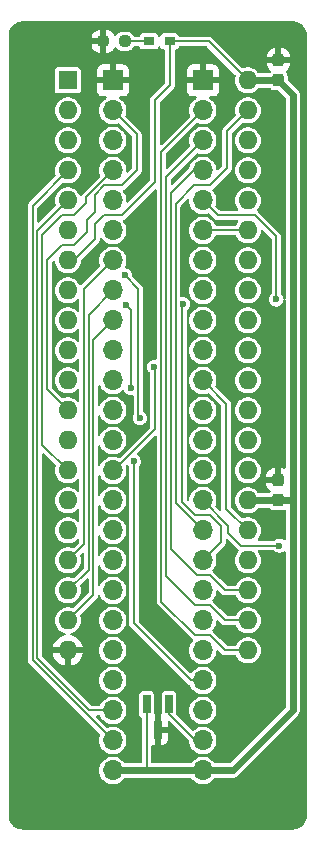
<source format=gbr>
G04 #@! TF.GenerationSoftware,KiCad,Pcbnew,8.0.4+dfsg-1*
G04 #@! TF.CreationDate,2024-12-10T10:57:50+09:00*
G04 #@! TF.ProjectId,bionic-p8048,62696f6e-6963-42d7-9038-3034382e6b69,5*
G04 #@! TF.SameCoordinates,Original*
G04 #@! TF.FileFunction,Copper,L1,Top*
G04 #@! TF.FilePolarity,Positive*
%FSLAX46Y46*%
G04 Gerber Fmt 4.6, Leading zero omitted, Abs format (unit mm)*
G04 Created by KiCad (PCBNEW 8.0.4+dfsg-1) date 2024-12-10 10:57:50*
%MOMM*%
%LPD*%
G01*
G04 APERTURE LIST*
G04 Aperture macros list*
%AMRoundRect*
0 Rectangle with rounded corners*
0 $1 Rounding radius*
0 $2 $3 $4 $5 $6 $7 $8 $9 X,Y pos of 4 corners*
0 Add a 4 corners polygon primitive as box body*
4,1,4,$2,$3,$4,$5,$6,$7,$8,$9,$2,$3,0*
0 Add four circle primitives for the rounded corners*
1,1,$1+$1,$2,$3*
1,1,$1+$1,$4,$5*
1,1,$1+$1,$6,$7*
1,1,$1+$1,$8,$9*
0 Add four rect primitives between the rounded corners*
20,1,$1+$1,$2,$3,$4,$5,0*
20,1,$1+$1,$4,$5,$6,$7,0*
20,1,$1+$1,$6,$7,$8,$9,0*
20,1,$1+$1,$8,$9,$2,$3,0*%
G04 Aperture macros list end*
G04 #@! TA.AperFunction,SMDPad,CuDef*
%ADD10R,0.965200X0.762000*%
G04 #@! TD*
G04 #@! TA.AperFunction,ComponentPad*
%ADD11R,1.600000X1.600000*%
G04 #@! TD*
G04 #@! TA.AperFunction,ComponentPad*
%ADD12O,1.600000X1.600000*%
G04 #@! TD*
G04 #@! TA.AperFunction,SMDPad,CuDef*
%ADD13R,0.660400X1.625600*%
G04 #@! TD*
G04 #@! TA.AperFunction,SMDPad,CuDef*
%ADD14RoundRect,0.237500X0.237500X-0.300000X0.237500X0.300000X-0.237500X0.300000X-0.237500X-0.300000X0*%
G04 #@! TD*
G04 #@! TA.AperFunction,SMDPad,CuDef*
%ADD15RoundRect,0.237500X0.250000X0.237500X-0.250000X0.237500X-0.250000X-0.237500X0.250000X-0.237500X0*%
G04 #@! TD*
G04 #@! TA.AperFunction,ComponentPad*
%ADD16O,1.700000X1.700000*%
G04 #@! TD*
G04 #@! TA.AperFunction,ComponentPad*
%ADD17R,1.700000X1.700000*%
G04 #@! TD*
G04 #@! TA.AperFunction,ViaPad*
%ADD18C,0.600000*%
G04 #@! TD*
G04 #@! TA.AperFunction,Conductor*
%ADD19C,0.200000*%
G04 #@! TD*
G04 #@! TA.AperFunction,Conductor*
%ADD20C,0.600000*%
G04 #@! TD*
G04 APERTURE END LIST*
D10*
X112950700Y-71778000D03*
X114703300Y-71778000D03*
D11*
X106080000Y-75080000D03*
D12*
X106080000Y-77620000D03*
X106080000Y-80160000D03*
X106080000Y-82700000D03*
X106080000Y-85240000D03*
X106080000Y-87780000D03*
X106080000Y-90320000D03*
X106080000Y-92860000D03*
X106080000Y-95400000D03*
X106080000Y-97940000D03*
X106080000Y-100480000D03*
X106080000Y-103020000D03*
X106080000Y-105560000D03*
X106080000Y-108100000D03*
X106080000Y-110640000D03*
X106080000Y-113180000D03*
X106080000Y-115720000D03*
X106080000Y-118260000D03*
X106080000Y-120800000D03*
X106080000Y-123340000D03*
X121320000Y-123340000D03*
X121320000Y-120800000D03*
X121320000Y-118260000D03*
X121320000Y-115720000D03*
X121320000Y-113180000D03*
X121320000Y-110640000D03*
X121320000Y-108100000D03*
X121320000Y-105560000D03*
X121320000Y-103020000D03*
X121320000Y-100480000D03*
X121320000Y-97940000D03*
X121320000Y-95400000D03*
X121320000Y-92860000D03*
X121320000Y-90320000D03*
X121320000Y-87780000D03*
X121320000Y-85240000D03*
X121320000Y-82700000D03*
X121320000Y-80160000D03*
X121320000Y-77620000D03*
X121320000Y-75080000D03*
D13*
X114650001Y-127912000D03*
X112749999Y-127912000D03*
X113700000Y-130044000D03*
D14*
X123910800Y-75078900D03*
X123910800Y-73353900D03*
D15*
X110906000Y-71778000D03*
X109081000Y-71778000D03*
D14*
X123860000Y-110640000D03*
X123860000Y-108915000D03*
D16*
X117510000Y-133500000D03*
X117510000Y-130960000D03*
X117510000Y-128420000D03*
X117510000Y-125880000D03*
X117510000Y-123340000D03*
X117510000Y-120800000D03*
X117510000Y-118260000D03*
X117510000Y-115720000D03*
X117510000Y-113180000D03*
X117510000Y-110640000D03*
X117510000Y-108100000D03*
X117510000Y-105560000D03*
X117510000Y-103020000D03*
X117510000Y-100480000D03*
X117510000Y-97940000D03*
X117510000Y-95400000D03*
X117510000Y-92860000D03*
X117510000Y-90320000D03*
X117510000Y-87780000D03*
X117510000Y-85240000D03*
X117510000Y-82700000D03*
X117510000Y-80160000D03*
X117510000Y-77620000D03*
D17*
X117510000Y-75080000D03*
X109890000Y-75080000D03*
D16*
X109890000Y-77620000D03*
X109890000Y-80160000D03*
X109890000Y-82700000D03*
X109890000Y-85240000D03*
X109890000Y-87780000D03*
X109890000Y-90320000D03*
X109890000Y-92860000D03*
X109890000Y-95400000D03*
X109890000Y-97940000D03*
X109890000Y-100480000D03*
X109890000Y-103020000D03*
X109890000Y-105560000D03*
X109890000Y-108100000D03*
X109890000Y-110640000D03*
X109890000Y-113180000D03*
X109890000Y-115720000D03*
X109890000Y-118260000D03*
X109890000Y-120800000D03*
X109890000Y-123340000D03*
X109890000Y-125880000D03*
X109890000Y-128420000D03*
X109890000Y-130960000D03*
X109890000Y-133500000D03*
D18*
X113700000Y-125372000D03*
X111541000Y-105052000D03*
X113700000Y-131849000D03*
X105064000Y-130706000D03*
X102651000Y-81303000D03*
X120050000Y-128420000D03*
X112684000Y-79652000D03*
X112811000Y-117371000D03*
X123733000Y-82446000D03*
X116494000Y-96670000D03*
X123479000Y-135151000D03*
X112557000Y-83335000D03*
X114462000Y-122070000D03*
X112811000Y-112037000D03*
X123352000Y-77620000D03*
X121320000Y-72667000D03*
X113065000Y-86129000D03*
X113065000Y-106195000D03*
X114462000Y-79525000D03*
X105064000Y-94130000D03*
X113405000Y-99337000D03*
X111668000Y-107338000D03*
X115805000Y-94003000D03*
X123995608Y-114458608D03*
X110906000Y-91590000D03*
X112176000Y-103655000D03*
X111033000Y-94130000D03*
X111414000Y-101115000D03*
X123733000Y-93622000D03*
D19*
X121320000Y-75080000D02*
X118018000Y-71778000D01*
X113446000Y-76731000D02*
X113446000Y-83716000D01*
X118018000Y-71778000D02*
X114703300Y-71778000D01*
X114703300Y-71778000D02*
X114716000Y-71790700D01*
X109128000Y-86510000D02*
X108366000Y-87272000D01*
X114716000Y-71790700D02*
X114716000Y-75461000D01*
X108366000Y-87272000D02*
X108366000Y-88542000D01*
X114716000Y-75461000D02*
X113446000Y-76731000D01*
X108366000Y-88542000D02*
X106588000Y-90320000D01*
X113446000Y-83716000D02*
X110652000Y-86510000D01*
X110652000Y-86510000D02*
X109128000Y-86510000D01*
X106588000Y-90320000D02*
X106080000Y-90320000D01*
X110906000Y-71778000D02*
X112950700Y-71778000D01*
D20*
X112811000Y-133500000D02*
X117510000Y-133500000D01*
X125130000Y-128420000D02*
X125130000Y-76299200D01*
X109890000Y-133500000D02*
X112811000Y-133500000D01*
X125130000Y-76299200D02*
X123910800Y-75080000D01*
X123910800Y-75080000D02*
X121320000Y-75080000D01*
X121320000Y-110640000D02*
X125130000Y-110640000D01*
X117510000Y-133500000D02*
X120050000Y-133500000D01*
X120050000Y-133500000D02*
X125130000Y-128420000D01*
D19*
X112749999Y-127912000D02*
X112749999Y-133438999D01*
X121574000Y-75080000D02*
X121066000Y-75080000D01*
X108366000Y-84789686D02*
X109185686Y-83970000D01*
X106588000Y-89050000D02*
X107712000Y-87926000D01*
X109185686Y-83970000D02*
X110652000Y-83970000D01*
X108366000Y-86256000D02*
X108366000Y-84789686D01*
X111922000Y-79652000D02*
X109890000Y-77620000D01*
X104302000Y-90320000D02*
X105572000Y-89050000D01*
X111922000Y-82700000D02*
X111922000Y-79652000D01*
X104302000Y-101242000D02*
X104302000Y-90320000D01*
X107712000Y-86910000D02*
X108366000Y-86256000D01*
X106080000Y-103020000D02*
X104302000Y-101242000D01*
X107712000Y-87926000D02*
X107712000Y-86910000D01*
X110652000Y-83970000D02*
X111922000Y-82700000D01*
X105572000Y-89050000D02*
X106588000Y-89050000D01*
X103902000Y-88180000D02*
X103902000Y-105922000D01*
X109890000Y-82700000D02*
X107604000Y-84986000D01*
X107604000Y-85494000D02*
X106588000Y-86510000D01*
X107604000Y-84986000D02*
X107604000Y-85494000D01*
X106588000Y-86510000D02*
X105572000Y-86510000D01*
X103902000Y-105922000D02*
X106080000Y-108100000D01*
X105572000Y-86510000D02*
X103902000Y-88180000D01*
X109890000Y-90320000D02*
X107439000Y-92771000D01*
X107439000Y-92771000D02*
X107439000Y-114361000D01*
X107439000Y-114361000D02*
X106080000Y-115720000D01*
X107839000Y-94911000D02*
X107839000Y-116501000D01*
X107839000Y-116501000D02*
X106080000Y-118260000D01*
X109890000Y-92860000D02*
X107839000Y-94911000D01*
X108239000Y-97051000D02*
X108239000Y-118641000D01*
X109890000Y-95400000D02*
X108239000Y-97051000D01*
X108239000Y-118641000D02*
X106080000Y-120800000D01*
X113446000Y-104607500D02*
X109953500Y-108100000D01*
X109953500Y-108100000D02*
X109890000Y-108100000D01*
X113446000Y-99378000D02*
X113446000Y-104607500D01*
X113405000Y-99337000D02*
X113446000Y-99378000D01*
X103502000Y-124006314D02*
X107915686Y-128420000D01*
X103502000Y-87818000D02*
X103502000Y-124006314D01*
X107915686Y-128420000D02*
X109890000Y-128420000D01*
X106080000Y-85240000D02*
X103502000Y-87818000D01*
X103102000Y-85678000D02*
X106080000Y-82700000D01*
X103102000Y-124172000D02*
X103102000Y-85678000D01*
X109890000Y-130960000D02*
X103102000Y-124172000D01*
X114650001Y-128735001D02*
X116875000Y-130960000D01*
X116875000Y-130960000D02*
X117510000Y-130960000D01*
X114650001Y-127912000D02*
X114650001Y-128735001D01*
X116494000Y-125880000D02*
X117510000Y-125880000D01*
X111668000Y-107338000D02*
X111668000Y-121054000D01*
X111668000Y-121054000D02*
X116494000Y-125880000D01*
X119034000Y-114196000D02*
X117510000Y-115720000D01*
X119034000Y-112837654D02*
X119034000Y-114196000D01*
X116875000Y-111910000D02*
X118106346Y-111910000D01*
X115732000Y-94076000D02*
X115732000Y-110767000D01*
X115805000Y-94003000D02*
X115732000Y-94076000D01*
X118106346Y-111910000D02*
X119034000Y-112837654D01*
X115732000Y-110767000D02*
X116875000Y-111910000D01*
X119542000Y-79398000D02*
X121320000Y-77620000D01*
X116805686Y-83970000D02*
X118088500Y-83970000D01*
X117510000Y-113180000D02*
X115205000Y-110875000D01*
X119542000Y-82516500D02*
X119542000Y-79398000D01*
X115205000Y-110875000D02*
X115205000Y-85570686D01*
X115205000Y-85570686D02*
X116805686Y-83970000D01*
X118088500Y-83970000D02*
X119542000Y-82516500D01*
X119669000Y-112799000D02*
X117510000Y-110640000D01*
X123995608Y-114458608D02*
X120712608Y-114458608D01*
X119669000Y-113415000D02*
X119669000Y-112799000D01*
X120712608Y-114458608D02*
X119669000Y-113415000D01*
X106080000Y-92685000D02*
X106080000Y-92860000D01*
X112176000Y-103655000D02*
X112049000Y-103528000D01*
X112049000Y-92733000D02*
X110906000Y-91590000D01*
X112049000Y-103528000D02*
X112049000Y-92733000D01*
X111414000Y-101115000D02*
X111414000Y-94511000D01*
X111414000Y-94511000D02*
X111033000Y-94130000D01*
X119491200Y-111351200D02*
X121320000Y-113180000D01*
X119491200Y-102461200D02*
X119491200Y-111351200D01*
X117510000Y-100480000D02*
X119491200Y-102461200D01*
X121320000Y-87780000D02*
X117510000Y-87780000D01*
X118780000Y-86510000D02*
X117510000Y-85240000D01*
X123733000Y-93622000D02*
X123733000Y-88288000D01*
X123733000Y-88288000D02*
X121955000Y-86510000D01*
X121955000Y-86510000D02*
X118780000Y-86510000D01*
X114805000Y-84643000D02*
X114805000Y-114793000D01*
X114805000Y-114793000D02*
X117002000Y-116990000D01*
X119415000Y-118260000D02*
X121320000Y-118260000D01*
X118145000Y-116990000D02*
X119415000Y-118260000D01*
X116748000Y-82700000D02*
X114805000Y-84643000D01*
X117002000Y-116990000D02*
X118145000Y-116990000D01*
X117510000Y-82700000D02*
X116748000Y-82700000D01*
X114405000Y-117060000D02*
X114405000Y-83265000D01*
X121320000Y-120800000D02*
X119415000Y-120800000D01*
X118145000Y-119530000D02*
X116875000Y-119530000D01*
X114405000Y-83265000D02*
X117510000Y-80160000D01*
X119415000Y-120800000D02*
X118145000Y-119530000D01*
X116875000Y-119530000D02*
X114405000Y-117060000D01*
X116875000Y-122070000D02*
X114005000Y-119200000D01*
X114005000Y-119200000D02*
X114005000Y-81125000D01*
X121320000Y-123340000D02*
X119415000Y-123340000D01*
X118145000Y-122070000D02*
X116875000Y-122070000D01*
X114005000Y-81125000D02*
X117510000Y-77620000D01*
X119415000Y-123340000D02*
X118145000Y-122070000D01*
G04 #@! TA.AperFunction,Conductor*
G36*
X117869290Y-72197407D02*
G01*
X117881103Y-72207496D01*
X120262663Y-74589056D01*
X120290440Y-74643573D01*
X120287880Y-74686152D01*
X120233603Y-74876915D01*
X120218931Y-75035261D01*
X120214785Y-75080000D01*
X120233603Y-75283083D01*
X120289418Y-75479250D01*
X120380327Y-75661821D01*
X120503236Y-75824579D01*
X120653959Y-75961981D01*
X120827363Y-76069348D01*
X121017544Y-76143024D01*
X121218024Y-76180500D01*
X121421976Y-76180500D01*
X121622456Y-76143024D01*
X121812637Y-76069348D01*
X121986041Y-75961981D01*
X122136764Y-75824579D01*
X122215860Y-75719837D01*
X122266016Y-75684796D01*
X122294863Y-75680500D01*
X123177642Y-75680500D01*
X123235833Y-75699407D01*
X123256525Y-75719680D01*
X123289300Y-75762900D01*
X123407142Y-75852262D01*
X123544723Y-75906517D01*
X123631182Y-75916900D01*
X123857457Y-75916900D01*
X123915648Y-75935807D01*
X123927461Y-75945896D01*
X124500504Y-76518939D01*
X124528281Y-76573456D01*
X124529500Y-76588943D01*
X124529500Y-93560958D01*
X124510593Y-93619149D01*
X124504567Y-93623526D01*
X124517503Y-93635802D01*
X124529500Y-93683041D01*
X124529500Y-107844114D01*
X124510593Y-107902305D01*
X124461093Y-107938269D01*
X124399907Y-107938269D01*
X124399361Y-107938089D01*
X124247651Y-107887819D01*
X124247648Y-107887818D01*
X124146655Y-107877500D01*
X124110001Y-107877500D01*
X124110000Y-107877501D01*
X124110000Y-109066000D01*
X124091093Y-109124191D01*
X124041593Y-109160155D01*
X124011000Y-109165000D01*
X122885002Y-109165000D01*
X122885001Y-109165001D01*
X122885001Y-109264154D01*
X122895317Y-109365142D01*
X122895320Y-109365154D01*
X122949548Y-109528806D01*
X123040053Y-109675535D01*
X123161962Y-109797444D01*
X123203252Y-109822912D01*
X123242854Y-109869553D01*
X123247477Y-109930563D01*
X123230164Y-109966991D01*
X123204892Y-110000318D01*
X123154666Y-110035261D01*
X123126008Y-110039500D01*
X122294863Y-110039500D01*
X122236672Y-110020593D01*
X122215861Y-110000163D01*
X122136764Y-109895421D01*
X121986041Y-109758019D01*
X121812637Y-109650652D01*
X121622456Y-109576976D01*
X121622455Y-109576975D01*
X121622453Y-109576975D01*
X121421976Y-109539500D01*
X121218024Y-109539500D01*
X121017546Y-109576975D01*
X120947632Y-109604059D01*
X120827363Y-109650652D01*
X120718676Y-109717948D01*
X120653959Y-109758019D01*
X120503237Y-109895420D01*
X120380328Y-110058177D01*
X120380323Y-110058186D01*
X120298450Y-110222611D01*
X120289418Y-110240750D01*
X120233603Y-110436917D01*
X120214785Y-110640000D01*
X120233603Y-110843083D01*
X120288645Y-111036534D01*
X120289419Y-111039252D01*
X120376583Y-111214303D01*
X120380327Y-111221821D01*
X120503236Y-111384579D01*
X120653959Y-111521981D01*
X120827363Y-111629348D01*
X121017544Y-111703024D01*
X121218024Y-111740500D01*
X121421976Y-111740500D01*
X121622456Y-111703024D01*
X121812637Y-111629348D01*
X121986041Y-111521981D01*
X122136764Y-111384579D01*
X122215860Y-111279837D01*
X122266016Y-111244796D01*
X122294863Y-111240500D01*
X123126008Y-111240500D01*
X123184199Y-111259407D01*
X123204891Y-111279680D01*
X123238500Y-111324000D01*
X123356342Y-111413362D01*
X123493923Y-111467617D01*
X123580382Y-111478000D01*
X123580384Y-111478000D01*
X124139616Y-111478000D01*
X124139618Y-111478000D01*
X124226077Y-111467617D01*
X124363658Y-111413362D01*
X124370681Y-111408036D01*
X124428470Y-111387941D01*
X124487036Y-111405651D01*
X124524007Y-111454403D01*
X124529500Y-111486920D01*
X124529500Y-113910611D01*
X124510593Y-113968802D01*
X124461093Y-114004766D01*
X124399907Y-114004766D01*
X124370233Y-113989153D01*
X124298446Y-113934070D01*
X124152374Y-113873565D01*
X124152366Y-113873563D01*
X123995609Y-113852926D01*
X123995607Y-113852926D01*
X123838849Y-113873563D01*
X123838841Y-113873565D01*
X123692769Y-113934070D01*
X123692768Y-113934070D01*
X123562178Y-114034276D01*
X123561117Y-114032894D01*
X123514024Y-114056889D01*
X123498537Y-114058108D01*
X122234746Y-114058108D01*
X122176555Y-114039201D01*
X122140591Y-113989701D01*
X122140591Y-113928515D01*
X122155740Y-113899450D01*
X122259673Y-113761821D01*
X122350582Y-113579250D01*
X122406397Y-113383083D01*
X122425215Y-113180000D01*
X122406397Y-112976917D01*
X122350582Y-112780750D01*
X122259673Y-112598179D01*
X122136764Y-112435421D01*
X121986041Y-112298019D01*
X121812637Y-112190652D01*
X121622456Y-112116976D01*
X121622455Y-112116975D01*
X121622453Y-112116975D01*
X121421976Y-112079500D01*
X121218024Y-112079500D01*
X121017544Y-112116975D01*
X120937739Y-112147892D01*
X120876648Y-112151282D01*
X120831973Y-112125581D01*
X120380690Y-111674298D01*
X119920696Y-111214303D01*
X119892919Y-111159786D01*
X119891700Y-111144299D01*
X119891700Y-108100000D01*
X120214785Y-108100000D01*
X120233603Y-108303083D01*
X120289418Y-108499250D01*
X120380327Y-108681821D01*
X120503236Y-108844579D01*
X120653959Y-108981981D01*
X120827363Y-109089348D01*
X121017544Y-109163024D01*
X121218024Y-109200500D01*
X121421976Y-109200500D01*
X121622456Y-109163024D01*
X121812637Y-109089348D01*
X121986041Y-108981981D01*
X122136764Y-108844579D01*
X122259673Y-108681821D01*
X122317422Y-108565844D01*
X122885000Y-108565844D01*
X122885000Y-108664999D01*
X122885001Y-108665000D01*
X123609999Y-108665000D01*
X123610000Y-108664999D01*
X123610000Y-107877500D01*
X123573357Y-107877500D01*
X123573351Y-107877501D01*
X123472357Y-107887817D01*
X123472345Y-107887820D01*
X123308693Y-107942048D01*
X123161964Y-108032553D01*
X123040053Y-108154464D01*
X122949548Y-108301193D01*
X122895318Y-108464851D01*
X122885000Y-108565844D01*
X122317422Y-108565844D01*
X122350582Y-108499250D01*
X122406397Y-108303083D01*
X122425215Y-108100000D01*
X122406397Y-107896917D01*
X122350582Y-107700750D01*
X122259673Y-107518179D01*
X122136764Y-107355421D01*
X121986041Y-107218019D01*
X121812637Y-107110652D01*
X121622456Y-107036976D01*
X121622455Y-107036975D01*
X121622453Y-107036975D01*
X121421976Y-106999500D01*
X121218024Y-106999500D01*
X121017546Y-107036975D01*
X120947632Y-107064059D01*
X120827363Y-107110652D01*
X120713358Y-107181241D01*
X120653959Y-107218019D01*
X120503237Y-107355420D01*
X120380328Y-107518177D01*
X120380323Y-107518186D01*
X120291235Y-107697100D01*
X120289418Y-107700750D01*
X120233603Y-107896917D01*
X120214785Y-108100000D01*
X119891700Y-108100000D01*
X119891700Y-105560000D01*
X120214785Y-105560000D01*
X120233603Y-105763083D01*
X120289418Y-105959250D01*
X120380327Y-106141821D01*
X120503236Y-106304579D01*
X120653959Y-106441981D01*
X120827363Y-106549348D01*
X121017544Y-106623024D01*
X121218024Y-106660500D01*
X121421976Y-106660500D01*
X121622456Y-106623024D01*
X121812637Y-106549348D01*
X121986041Y-106441981D01*
X122136764Y-106304579D01*
X122259673Y-106141821D01*
X122350582Y-105959250D01*
X122406397Y-105763083D01*
X122425215Y-105560000D01*
X122406397Y-105356917D01*
X122350582Y-105160750D01*
X122259673Y-104978179D01*
X122136764Y-104815421D01*
X121986041Y-104678019D01*
X121812637Y-104570652D01*
X121622456Y-104496976D01*
X121622455Y-104496975D01*
X121622453Y-104496975D01*
X121421976Y-104459500D01*
X121218024Y-104459500D01*
X121017546Y-104496975D01*
X120947632Y-104524059D01*
X120827363Y-104570652D01*
X120718676Y-104637948D01*
X120653959Y-104678019D01*
X120503237Y-104815420D01*
X120380328Y-104978177D01*
X120380323Y-104978186D01*
X120291235Y-105157100D01*
X120289418Y-105160750D01*
X120233603Y-105356917D01*
X120214785Y-105560000D01*
X119891700Y-105560000D01*
X119891700Y-103020000D01*
X120214785Y-103020000D01*
X120233603Y-103223083D01*
X120289418Y-103419250D01*
X120380327Y-103601821D01*
X120503236Y-103764579D01*
X120653959Y-103901981D01*
X120827363Y-104009348D01*
X121017544Y-104083024D01*
X121218024Y-104120500D01*
X121421976Y-104120500D01*
X121622456Y-104083024D01*
X121812637Y-104009348D01*
X121986041Y-103901981D01*
X122136764Y-103764579D01*
X122259673Y-103601821D01*
X122350582Y-103419250D01*
X122406397Y-103223083D01*
X122425215Y-103020000D01*
X122406397Y-102816917D01*
X122350582Y-102620750D01*
X122259673Y-102438179D01*
X122136764Y-102275421D01*
X121986041Y-102138019D01*
X121812637Y-102030652D01*
X121622456Y-101956976D01*
X121622455Y-101956975D01*
X121622453Y-101956975D01*
X121421976Y-101919500D01*
X121218024Y-101919500D01*
X121017546Y-101956975D01*
X120963543Y-101977896D01*
X120827363Y-102030652D01*
X120718676Y-102097948D01*
X120653959Y-102138019D01*
X120527196Y-102253579D01*
X120503236Y-102275421D01*
X120479682Y-102306612D01*
X120380328Y-102438177D01*
X120380323Y-102438186D01*
X120298450Y-102602611D01*
X120289418Y-102620750D01*
X120233603Y-102816917D01*
X120214785Y-103020000D01*
X119891700Y-103020000D01*
X119891700Y-102408474D01*
X119891700Y-102408473D01*
X119864407Y-102306613D01*
X119864407Y-102306612D01*
X119864407Y-102306611D01*
X119811683Y-102215291D01*
X119811682Y-102215290D01*
X119811681Y-102215289D01*
X119811680Y-102215287D01*
X118606650Y-101010257D01*
X118578873Y-100955740D01*
X118587111Y-100902182D01*
X118585752Y-100901656D01*
X118587400Y-100897398D01*
X118587405Y-100897389D01*
X118645756Y-100692310D01*
X118665429Y-100480000D01*
X120214785Y-100480000D01*
X120233603Y-100683083D01*
X120289418Y-100879250D01*
X120380327Y-101061821D01*
X120503236Y-101224579D01*
X120653959Y-101361981D01*
X120827363Y-101469348D01*
X121017544Y-101543024D01*
X121218024Y-101580500D01*
X121421976Y-101580500D01*
X121622456Y-101543024D01*
X121812637Y-101469348D01*
X121986041Y-101361981D01*
X122136764Y-101224579D01*
X122259673Y-101061821D01*
X122350582Y-100879250D01*
X122406397Y-100683083D01*
X122425215Y-100480000D01*
X122406397Y-100276917D01*
X122350582Y-100080750D01*
X122259673Y-99898179D01*
X122136764Y-99735421D01*
X121986041Y-99598019D01*
X121812637Y-99490652D01*
X121622456Y-99416976D01*
X121622455Y-99416975D01*
X121622453Y-99416975D01*
X121421976Y-99379500D01*
X121218024Y-99379500D01*
X121017546Y-99416975D01*
X120947632Y-99444059D01*
X120827363Y-99490652D01*
X120718676Y-99557948D01*
X120653959Y-99598019D01*
X120503237Y-99735420D01*
X120380328Y-99898177D01*
X120380323Y-99898186D01*
X120298450Y-100062611D01*
X120289418Y-100080750D01*
X120233603Y-100276917D01*
X120214785Y-100480000D01*
X118665429Y-100480000D01*
X118645756Y-100267690D01*
X118587405Y-100062611D01*
X118492366Y-99871745D01*
X118363872Y-99701593D01*
X118296132Y-99639839D01*
X118206307Y-99557952D01*
X118206300Y-99557946D01*
X118025024Y-99445705D01*
X118025019Y-99445702D01*
X117826195Y-99368678D01*
X117616610Y-99329500D01*
X117403390Y-99329500D01*
X117193804Y-99368678D01*
X116994980Y-99445702D01*
X116994975Y-99445705D01*
X116813699Y-99557946D01*
X116813692Y-99557952D01*
X116656135Y-99701586D01*
X116656131Y-99701589D01*
X116656128Y-99701593D01*
X116656125Y-99701597D01*
X116527635Y-99871743D01*
X116527630Y-99871752D01*
X116514468Y-99898186D01*
X116432595Y-100062611D01*
X116427435Y-100080747D01*
X116374244Y-100267688D01*
X116374244Y-100267690D01*
X116354571Y-100480000D01*
X116374244Y-100692310D01*
X116432595Y-100897389D01*
X116527634Y-101088255D01*
X116656128Y-101258407D01*
X116656135Y-101258413D01*
X116813692Y-101402047D01*
X116813699Y-101402053D01*
X116839198Y-101417841D01*
X116994981Y-101514298D01*
X117193802Y-101591321D01*
X117403390Y-101630500D01*
X117616610Y-101630500D01*
X117826198Y-101591321D01*
X117930908Y-101550755D01*
X117991998Y-101547366D01*
X118036674Y-101573067D01*
X119061704Y-102598097D01*
X119089481Y-102652614D01*
X119090700Y-102668101D01*
X119090700Y-111410416D01*
X119089242Y-111410416D01*
X119079441Y-111463282D01*
X119035056Y-111505397D01*
X118974394Y-111513380D01*
X118922436Y-111486043D01*
X118606650Y-111170257D01*
X118578873Y-111115740D01*
X118587111Y-111062182D01*
X118585752Y-111061656D01*
X118587400Y-111057398D01*
X118587405Y-111057389D01*
X118645756Y-110852310D01*
X118665429Y-110640000D01*
X118645756Y-110427690D01*
X118587405Y-110222611D01*
X118492366Y-110031745D01*
X118363872Y-109861593D01*
X118293504Y-109797444D01*
X118206307Y-109717952D01*
X118206300Y-109717946D01*
X118025024Y-109605705D01*
X118025019Y-109605702D01*
X117854130Y-109539500D01*
X117826198Y-109528679D01*
X117826197Y-109528678D01*
X117826195Y-109528678D01*
X117616610Y-109489500D01*
X117403390Y-109489500D01*
X117193804Y-109528678D01*
X116994980Y-109605702D01*
X116994975Y-109605705D01*
X116813699Y-109717946D01*
X116813692Y-109717952D01*
X116656135Y-109861586D01*
X116656131Y-109861589D01*
X116656128Y-109861593D01*
X116656125Y-109861597D01*
X116527635Y-110031743D01*
X116527630Y-110031752D01*
X116514468Y-110058186D01*
X116432595Y-110222611D01*
X116427435Y-110240747D01*
X116374244Y-110427688D01*
X116358495Y-110597651D01*
X116334299Y-110653849D01*
X116281691Y-110685092D01*
X116220767Y-110679446D01*
X116189913Y-110658520D01*
X116161496Y-110630103D01*
X116133719Y-110575586D01*
X116132500Y-110560099D01*
X116132500Y-108100000D01*
X116354571Y-108100000D01*
X116374244Y-108312310D01*
X116432595Y-108517389D01*
X116527634Y-108708255D01*
X116656128Y-108878407D01*
X116656135Y-108878413D01*
X116813692Y-109022047D01*
X116813699Y-109022053D01*
X116884676Y-109066000D01*
X116994981Y-109134298D01*
X117193802Y-109211321D01*
X117403390Y-109250500D01*
X117616610Y-109250500D01*
X117826198Y-109211321D01*
X118025019Y-109134298D01*
X118206302Y-109022052D01*
X118363872Y-108878407D01*
X118492366Y-108708255D01*
X118587405Y-108517389D01*
X118645756Y-108312310D01*
X118665429Y-108100000D01*
X118645756Y-107887690D01*
X118587405Y-107682611D01*
X118492366Y-107491745D01*
X118363872Y-107321593D01*
X118296766Y-107260417D01*
X118206307Y-107177952D01*
X118206300Y-107177946D01*
X118025024Y-107065705D01*
X118025019Y-107065702D01*
X117826198Y-106988679D01*
X117826197Y-106988678D01*
X117826195Y-106988678D01*
X117616610Y-106949500D01*
X117403390Y-106949500D01*
X117193804Y-106988678D01*
X116994980Y-107065702D01*
X116994975Y-107065705D01*
X116813699Y-107177946D01*
X116813692Y-107177952D01*
X116656135Y-107321586D01*
X116656131Y-107321589D01*
X116656128Y-107321593D01*
X116656125Y-107321597D01*
X116527635Y-107491743D01*
X116527630Y-107491752D01*
X116433916Y-107679958D01*
X116432595Y-107682611D01*
X116427435Y-107700747D01*
X116374244Y-107887688D01*
X116374244Y-107887690D01*
X116354571Y-108100000D01*
X116132500Y-108100000D01*
X116132500Y-105560000D01*
X116354571Y-105560000D01*
X116374244Y-105772310D01*
X116432595Y-105977389D01*
X116527634Y-106168255D01*
X116656128Y-106338407D01*
X116656135Y-106338413D01*
X116813692Y-106482047D01*
X116813699Y-106482053D01*
X116917389Y-106546255D01*
X116994981Y-106594298D01*
X117193802Y-106671321D01*
X117403390Y-106710500D01*
X117616610Y-106710500D01*
X117826198Y-106671321D01*
X118025019Y-106594298D01*
X118206302Y-106482052D01*
X118363872Y-106338407D01*
X118492366Y-106168255D01*
X118587405Y-105977389D01*
X118645756Y-105772310D01*
X118665429Y-105560000D01*
X118645756Y-105347690D01*
X118587405Y-105142611D01*
X118492366Y-104951745D01*
X118363872Y-104781593D01*
X118296766Y-104720417D01*
X118206307Y-104637952D01*
X118206300Y-104637946D01*
X118025024Y-104525705D01*
X118025019Y-104525702D01*
X117826195Y-104448678D01*
X117616610Y-104409500D01*
X117403390Y-104409500D01*
X117193804Y-104448678D01*
X116994980Y-104525702D01*
X116994975Y-104525705D01*
X116813699Y-104637946D01*
X116813692Y-104637952D01*
X116656135Y-104781586D01*
X116656131Y-104781589D01*
X116656128Y-104781593D01*
X116656125Y-104781597D01*
X116527635Y-104951743D01*
X116527630Y-104951752D01*
X116514468Y-104978186D01*
X116432595Y-105142611D01*
X116427435Y-105160747D01*
X116374244Y-105347688D01*
X116374244Y-105347690D01*
X116354571Y-105560000D01*
X116132500Y-105560000D01*
X116132500Y-103020000D01*
X116354571Y-103020000D01*
X116374244Y-103232310D01*
X116432595Y-103437389D01*
X116527634Y-103628255D01*
X116656128Y-103798407D01*
X116670778Y-103811762D01*
X116813692Y-103942047D01*
X116813699Y-103942053D01*
X116839198Y-103957841D01*
X116994981Y-104054298D01*
X117193802Y-104131321D01*
X117403390Y-104170500D01*
X117616610Y-104170500D01*
X117826198Y-104131321D01*
X118025019Y-104054298D01*
X118206302Y-103942052D01*
X118363872Y-103798407D01*
X118492366Y-103628255D01*
X118587405Y-103437389D01*
X118645756Y-103232310D01*
X118665429Y-103020000D01*
X118645756Y-102807690D01*
X118587405Y-102602611D01*
X118492366Y-102411745D01*
X118363872Y-102241593D01*
X118296766Y-102180417D01*
X118206307Y-102097952D01*
X118206300Y-102097946D01*
X118025024Y-101985705D01*
X118025019Y-101985702D01*
X117826195Y-101908678D01*
X117616610Y-101869500D01*
X117403390Y-101869500D01*
X117193804Y-101908678D01*
X116994980Y-101985702D01*
X116994975Y-101985705D01*
X116813699Y-102097946D01*
X116813692Y-102097952D01*
X116656135Y-102241586D01*
X116656131Y-102241589D01*
X116656128Y-102241593D01*
X116656125Y-102241597D01*
X116527635Y-102411743D01*
X116527630Y-102411752D01*
X116433916Y-102599958D01*
X116432595Y-102602611D01*
X116427435Y-102620747D01*
X116374244Y-102807688D01*
X116374244Y-102807690D01*
X116354571Y-103020000D01*
X116132500Y-103020000D01*
X116132500Y-97940000D01*
X116354571Y-97940000D01*
X116374244Y-98152310D01*
X116432595Y-98357389D01*
X116527634Y-98548255D01*
X116656128Y-98718407D01*
X116712347Y-98769658D01*
X116813692Y-98862047D01*
X116813699Y-98862053D01*
X116889058Y-98908713D01*
X116994981Y-98974298D01*
X117193802Y-99051321D01*
X117403390Y-99090500D01*
X117616610Y-99090500D01*
X117826198Y-99051321D01*
X118025019Y-98974298D01*
X118206302Y-98862052D01*
X118363872Y-98718407D01*
X118492366Y-98548255D01*
X118587405Y-98357389D01*
X118645756Y-98152310D01*
X118665429Y-97940000D01*
X120214785Y-97940000D01*
X120233603Y-98143083D01*
X120289418Y-98339250D01*
X120380327Y-98521821D01*
X120503236Y-98684579D01*
X120653959Y-98821981D01*
X120827363Y-98929348D01*
X121017544Y-99003024D01*
X121218024Y-99040500D01*
X121421976Y-99040500D01*
X121622456Y-99003024D01*
X121812637Y-98929348D01*
X121986041Y-98821981D01*
X122136764Y-98684579D01*
X122259673Y-98521821D01*
X122350582Y-98339250D01*
X122406397Y-98143083D01*
X122425215Y-97940000D01*
X122406397Y-97736917D01*
X122350582Y-97540750D01*
X122259673Y-97358179D01*
X122136764Y-97195421D01*
X121986041Y-97058019D01*
X121812637Y-96950652D01*
X121622456Y-96876976D01*
X121622455Y-96876975D01*
X121622453Y-96876975D01*
X121421976Y-96839500D01*
X121218024Y-96839500D01*
X121017546Y-96876975D01*
X120947632Y-96904059D01*
X120827363Y-96950652D01*
X120718676Y-97017948D01*
X120653959Y-97058019D01*
X120503237Y-97195420D01*
X120380328Y-97358177D01*
X120380323Y-97358186D01*
X120298450Y-97522611D01*
X120289418Y-97540750D01*
X120233603Y-97736917D01*
X120214785Y-97940000D01*
X118665429Y-97940000D01*
X118645756Y-97727690D01*
X118587405Y-97522611D01*
X118492366Y-97331745D01*
X118363872Y-97161593D01*
X118296766Y-97100417D01*
X118206307Y-97017952D01*
X118206300Y-97017946D01*
X118025024Y-96905705D01*
X118025019Y-96905702D01*
X117826195Y-96828678D01*
X117616610Y-96789500D01*
X117403390Y-96789500D01*
X117193804Y-96828678D01*
X116994980Y-96905702D01*
X116994975Y-96905705D01*
X116813699Y-97017946D01*
X116813692Y-97017952D01*
X116656135Y-97161586D01*
X116656131Y-97161589D01*
X116656128Y-97161593D01*
X116656125Y-97161597D01*
X116527635Y-97331743D01*
X116527630Y-97331752D01*
X116514468Y-97358186D01*
X116432595Y-97522611D01*
X116427435Y-97540747D01*
X116374244Y-97727688D01*
X116374244Y-97727690D01*
X116354571Y-97940000D01*
X116132500Y-97940000D01*
X116132500Y-95400000D01*
X116354571Y-95400000D01*
X116374244Y-95612310D01*
X116432595Y-95817389D01*
X116527634Y-96008255D01*
X116656128Y-96178407D01*
X116656135Y-96178413D01*
X116813692Y-96322047D01*
X116813699Y-96322053D01*
X116917389Y-96386255D01*
X116994981Y-96434298D01*
X117193802Y-96511321D01*
X117403390Y-96550500D01*
X117616610Y-96550500D01*
X117826198Y-96511321D01*
X118025019Y-96434298D01*
X118206302Y-96322052D01*
X118363872Y-96178407D01*
X118492366Y-96008255D01*
X118587405Y-95817389D01*
X118645756Y-95612310D01*
X118665429Y-95400000D01*
X120214785Y-95400000D01*
X120233603Y-95603083D01*
X120289418Y-95799250D01*
X120380327Y-95981821D01*
X120503236Y-96144579D01*
X120653959Y-96281981D01*
X120827363Y-96389348D01*
X121017544Y-96463024D01*
X121218024Y-96500500D01*
X121421976Y-96500500D01*
X121622456Y-96463024D01*
X121812637Y-96389348D01*
X121986041Y-96281981D01*
X122136764Y-96144579D01*
X122259673Y-95981821D01*
X122350582Y-95799250D01*
X122406397Y-95603083D01*
X122425215Y-95400000D01*
X122406397Y-95196917D01*
X122350582Y-95000750D01*
X122259673Y-94818179D01*
X122136764Y-94655421D01*
X121986041Y-94518019D01*
X121812637Y-94410652D01*
X121622456Y-94336976D01*
X121622455Y-94336975D01*
X121622453Y-94336975D01*
X121421976Y-94299500D01*
X121218024Y-94299500D01*
X121017546Y-94336975D01*
X120947632Y-94364059D01*
X120827363Y-94410652D01*
X120684282Y-94499244D01*
X120653959Y-94518019D01*
X120503237Y-94655420D01*
X120380328Y-94818177D01*
X120380323Y-94818186D01*
X120298450Y-94982611D01*
X120289418Y-95000750D01*
X120233603Y-95196917D01*
X120214785Y-95400000D01*
X118665429Y-95400000D01*
X118645756Y-95187690D01*
X118587405Y-94982611D01*
X118492366Y-94791745D01*
X118363872Y-94621593D01*
X118296766Y-94560417D01*
X118206307Y-94477952D01*
X118206300Y-94477946D01*
X118025024Y-94365705D01*
X118025019Y-94365702D01*
X117950865Y-94336975D01*
X117826198Y-94288679D01*
X117826197Y-94288678D01*
X117826195Y-94288678D01*
X117616610Y-94249500D01*
X117403390Y-94249500D01*
X117193804Y-94288678D01*
X116994980Y-94365702D01*
X116994975Y-94365705D01*
X116813699Y-94477946D01*
X116813692Y-94477952D01*
X116656135Y-94621586D01*
X116656131Y-94621589D01*
X116656128Y-94621593D01*
X116656125Y-94621597D01*
X116527635Y-94791743D01*
X116527630Y-94791752D01*
X116432596Y-94982608D01*
X116374244Y-95187688D01*
X116374244Y-95187690D01*
X116354571Y-95400000D01*
X116132500Y-95400000D01*
X116132500Y-94557435D01*
X116151407Y-94499244D01*
X116171227Y-94478897D01*
X116233282Y-94431282D01*
X116329536Y-94305841D01*
X116390044Y-94159762D01*
X116410682Y-94003000D01*
X116390044Y-93846238D01*
X116390042Y-93846233D01*
X116329537Y-93700161D01*
X116329537Y-93700160D01*
X116233286Y-93574723D01*
X116233285Y-93574722D01*
X116233282Y-93574718D01*
X116233277Y-93574714D01*
X116233276Y-93574713D01*
X116107838Y-93478462D01*
X115961766Y-93417957D01*
X115961758Y-93417955D01*
X115805001Y-93397318D01*
X115804998Y-93397318D01*
X115717421Y-93408847D01*
X115657261Y-93397697D01*
X115615144Y-93353314D01*
X115605500Y-93310694D01*
X115605500Y-92860000D01*
X116354571Y-92860000D01*
X116374244Y-93072310D01*
X116432595Y-93277389D01*
X116527634Y-93468255D01*
X116656128Y-93638407D01*
X116678453Y-93658759D01*
X116813692Y-93782047D01*
X116813699Y-93782053D01*
X116886548Y-93827159D01*
X116994981Y-93894298D01*
X117193802Y-93971321D01*
X117403390Y-94010500D01*
X117616610Y-94010500D01*
X117826198Y-93971321D01*
X118025019Y-93894298D01*
X118206302Y-93782052D01*
X118363872Y-93638407D01*
X118492366Y-93468255D01*
X118587405Y-93277389D01*
X118645756Y-93072310D01*
X118665429Y-92860000D01*
X120214785Y-92860000D01*
X120233603Y-93063083D01*
X120289418Y-93259250D01*
X120380327Y-93441821D01*
X120503236Y-93604579D01*
X120653959Y-93741981D01*
X120827363Y-93849348D01*
X121017544Y-93923024D01*
X121218024Y-93960500D01*
X121421976Y-93960500D01*
X121622456Y-93923024D01*
X121812637Y-93849348D01*
X121986041Y-93741981D01*
X122136764Y-93604579D01*
X122259673Y-93441821D01*
X122350582Y-93259250D01*
X122406397Y-93063083D01*
X122425215Y-92860000D01*
X122406397Y-92656917D01*
X122350582Y-92460750D01*
X122259673Y-92278179D01*
X122136764Y-92115421D01*
X121986041Y-91978019D01*
X121812637Y-91870652D01*
X121622456Y-91796976D01*
X121622455Y-91796975D01*
X121622453Y-91796975D01*
X121421976Y-91759500D01*
X121218024Y-91759500D01*
X121017546Y-91796975D01*
X121004578Y-91801999D01*
X120827363Y-91870652D01*
X120718676Y-91937948D01*
X120653959Y-91978019D01*
X120503237Y-92115420D01*
X120380328Y-92278177D01*
X120380323Y-92278186D01*
X120298450Y-92442611D01*
X120289418Y-92460750D01*
X120233603Y-92656917D01*
X120214785Y-92860000D01*
X118665429Y-92860000D01*
X118645756Y-92647690D01*
X118587405Y-92442611D01*
X118492366Y-92251745D01*
X118363872Y-92081593D01*
X118309623Y-92032139D01*
X118206307Y-91937952D01*
X118206300Y-91937946D01*
X118025024Y-91825705D01*
X118025019Y-91825702D01*
X117826195Y-91748678D01*
X117616610Y-91709500D01*
X117403390Y-91709500D01*
X117193804Y-91748678D01*
X116994980Y-91825702D01*
X116994975Y-91825705D01*
X116813699Y-91937946D01*
X116813692Y-91937952D01*
X116656135Y-92081586D01*
X116656131Y-92081589D01*
X116656128Y-92081593D01*
X116656125Y-92081597D01*
X116527635Y-92251743D01*
X116527630Y-92251752D01*
X116432596Y-92442608D01*
X116374244Y-92647688D01*
X116374244Y-92647690D01*
X116354571Y-92860000D01*
X115605500Y-92860000D01*
X115605500Y-90320000D01*
X116354571Y-90320000D01*
X116368350Y-90468708D01*
X116374244Y-90532310D01*
X116432595Y-90737389D01*
X116527634Y-90928255D01*
X116656128Y-91098407D01*
X116656135Y-91098413D01*
X116813692Y-91242047D01*
X116813699Y-91242053D01*
X116886548Y-91287159D01*
X116994981Y-91354298D01*
X117193802Y-91431321D01*
X117403390Y-91470500D01*
X117616610Y-91470500D01*
X117826198Y-91431321D01*
X118025019Y-91354298D01*
X118206302Y-91242052D01*
X118363872Y-91098407D01*
X118492366Y-90928255D01*
X118587405Y-90737389D01*
X118645756Y-90532310D01*
X118665429Y-90320000D01*
X120214785Y-90320000D01*
X120233603Y-90523083D01*
X120289418Y-90719250D01*
X120380327Y-90901821D01*
X120503236Y-91064579D01*
X120653959Y-91201981D01*
X120827363Y-91309348D01*
X121017544Y-91383024D01*
X121218024Y-91420500D01*
X121421976Y-91420500D01*
X121622456Y-91383024D01*
X121812637Y-91309348D01*
X121986041Y-91201981D01*
X122136764Y-91064579D01*
X122259673Y-90901821D01*
X122350582Y-90719250D01*
X122406397Y-90523083D01*
X122425215Y-90320000D01*
X122406397Y-90116917D01*
X122350582Y-89920750D01*
X122259673Y-89738179D01*
X122136764Y-89575421D01*
X121986041Y-89438019D01*
X121812637Y-89330652D01*
X121622456Y-89256976D01*
X121622455Y-89256975D01*
X121622453Y-89256975D01*
X121421976Y-89219500D01*
X121218024Y-89219500D01*
X121017546Y-89256975D01*
X120947632Y-89284059D01*
X120827363Y-89330652D01*
X120653959Y-89438019D01*
X120503236Y-89575421D01*
X120463388Y-89628188D01*
X120380328Y-89738177D01*
X120380323Y-89738186D01*
X120298450Y-89902611D01*
X120289418Y-89920750D01*
X120233603Y-90116917D01*
X120214785Y-90320000D01*
X118665429Y-90320000D01*
X118645756Y-90107690D01*
X118587405Y-89902611D01*
X118492366Y-89711745D01*
X118363872Y-89541593D01*
X118309623Y-89492139D01*
X118206307Y-89397952D01*
X118206300Y-89397946D01*
X118025024Y-89285705D01*
X118025019Y-89285702D01*
X117826195Y-89208678D01*
X117616610Y-89169500D01*
X117403390Y-89169500D01*
X117193804Y-89208678D01*
X116994980Y-89285702D01*
X116994975Y-89285705D01*
X116813699Y-89397946D01*
X116813692Y-89397952D01*
X116656135Y-89541586D01*
X116656131Y-89541589D01*
X116656128Y-89541593D01*
X116656125Y-89541597D01*
X116527635Y-89711743D01*
X116527630Y-89711752D01*
X116432596Y-89902608D01*
X116374244Y-90107688D01*
X116354571Y-90320000D01*
X115605500Y-90320000D01*
X115605500Y-85777586D01*
X115624407Y-85719395D01*
X115634490Y-85707588D01*
X116186478Y-85155599D01*
X116240993Y-85127824D01*
X116301425Y-85137395D01*
X116344690Y-85180660D01*
X116355058Y-85234732D01*
X116354571Y-85239992D01*
X116354571Y-85239996D01*
X116354571Y-85240000D01*
X116374244Y-85452310D01*
X116432595Y-85657389D01*
X116527634Y-85848255D01*
X116656128Y-86018407D01*
X116709652Y-86067201D01*
X116813692Y-86162047D01*
X116813699Y-86162053D01*
X116880272Y-86203273D01*
X116994981Y-86274298D01*
X117193802Y-86351321D01*
X117403390Y-86390500D01*
X117616610Y-86390500D01*
X117826198Y-86351321D01*
X117930908Y-86310755D01*
X117991998Y-86307366D01*
X118036674Y-86333067D01*
X118534087Y-86830480D01*
X118534089Y-86830481D01*
X118534090Y-86830482D01*
X118534091Y-86830483D01*
X118625408Y-86883205D01*
X118625406Y-86883205D01*
X118625410Y-86883206D01*
X118625412Y-86883207D01*
X118727273Y-86910500D01*
X120398754Y-86910500D01*
X120456945Y-86929407D01*
X120492909Y-86978907D01*
X120492909Y-87040093D01*
X120477760Y-87069155D01*
X120408783Y-87160496D01*
X120380328Y-87198177D01*
X120380323Y-87198186D01*
X120317363Y-87324628D01*
X120274500Y-87368291D01*
X120228742Y-87379500D01*
X118657113Y-87379500D01*
X118598922Y-87360593D01*
X118568492Y-87324628D01*
X118492369Y-87171752D01*
X118492366Y-87171745D01*
X118363872Y-87001593D01*
X118271062Y-86916985D01*
X118206307Y-86857952D01*
X118206300Y-86857946D01*
X118025024Y-86745705D01*
X118025019Y-86745702D01*
X117826195Y-86668678D01*
X117616610Y-86629500D01*
X117403390Y-86629500D01*
X117193804Y-86668678D01*
X116994980Y-86745702D01*
X116994975Y-86745705D01*
X116813699Y-86857946D01*
X116813692Y-86857952D01*
X116656135Y-87001586D01*
X116656131Y-87001589D01*
X116656128Y-87001593D01*
X116656125Y-87001597D01*
X116527635Y-87171743D01*
X116527630Y-87171752D01*
X116432596Y-87362608D01*
X116374244Y-87567688D01*
X116354571Y-87780000D01*
X116359366Y-87831753D01*
X116374244Y-87992310D01*
X116432595Y-88197389D01*
X116527634Y-88388255D01*
X116656128Y-88558407D01*
X116656135Y-88558413D01*
X116813692Y-88702047D01*
X116813699Y-88702053D01*
X116858060Y-88729520D01*
X116994981Y-88814298D01*
X117193802Y-88891321D01*
X117403390Y-88930500D01*
X117616610Y-88930500D01*
X117826198Y-88891321D01*
X118025019Y-88814298D01*
X118206302Y-88702052D01*
X118363872Y-88558407D01*
X118492366Y-88388255D01*
X118568492Y-88235372D01*
X118611354Y-88191710D01*
X118657113Y-88180500D01*
X120228742Y-88180500D01*
X120286933Y-88199407D01*
X120317362Y-88235371D01*
X120380327Y-88361821D01*
X120503236Y-88524579D01*
X120653959Y-88661981D01*
X120827363Y-88769348D01*
X121017544Y-88843024D01*
X121218024Y-88880500D01*
X121421976Y-88880500D01*
X121622456Y-88843024D01*
X121812637Y-88769348D01*
X121986041Y-88661981D01*
X122136764Y-88524579D01*
X122259673Y-88361821D01*
X122350582Y-88179250D01*
X122406397Y-87983083D01*
X122425215Y-87780000D01*
X122425214Y-87779992D01*
X122425548Y-87776392D01*
X122449744Y-87720194D01*
X122502351Y-87688950D01*
X122563275Y-87694596D01*
X122594130Y-87715522D01*
X123303504Y-88424896D01*
X123331281Y-88479413D01*
X123332500Y-88494900D01*
X123332500Y-93124929D01*
X123313593Y-93183120D01*
X123306276Y-93191687D01*
X123208462Y-93319160D01*
X123208462Y-93319161D01*
X123147957Y-93465233D01*
X123147955Y-93465241D01*
X123127318Y-93621999D01*
X123127318Y-93622000D01*
X123147955Y-93778758D01*
X123147957Y-93778766D01*
X123208462Y-93924838D01*
X123208462Y-93924839D01*
X123295360Y-94038087D01*
X123304718Y-94050282D01*
X123430159Y-94146536D01*
X123430160Y-94146536D01*
X123430161Y-94146537D01*
X123462089Y-94159762D01*
X123576238Y-94207044D01*
X123689172Y-94221912D01*
X123732999Y-94227682D01*
X123733000Y-94227682D01*
X123733001Y-94227682D01*
X123764352Y-94223554D01*
X123889762Y-94207044D01*
X124035841Y-94146536D01*
X124161282Y-94050282D01*
X124257536Y-93924841D01*
X124318044Y-93778762D01*
X124332347Y-93670118D01*
X124355049Y-93622522D01*
X124350407Y-93619149D01*
X124332347Y-93573880D01*
X124318044Y-93465241D01*
X124318044Y-93465238D01*
X124284524Y-93384313D01*
X124257537Y-93319161D01*
X124257537Y-93319160D01*
X124157332Y-93188570D01*
X124158713Y-93187509D01*
X124134719Y-93140416D01*
X124133500Y-93124929D01*
X124133500Y-88348714D01*
X124133501Y-88348701D01*
X124133501Y-88235272D01*
X124133500Y-88235270D01*
X124123350Y-88197391D01*
X124106207Y-88133413D01*
X124087193Y-88100480D01*
X124087192Y-88100478D01*
X124087192Y-88100477D01*
X124068344Y-88067833D01*
X124053480Y-88042087D01*
X123978913Y-87967520D01*
X123978910Y-87967518D01*
X122200913Y-86189520D01*
X122200910Y-86189518D01*
X122141242Y-86155068D01*
X122100302Y-86109598D01*
X122093907Y-86048748D01*
X122124047Y-85996171D01*
X122136764Y-85984579D01*
X122259673Y-85821821D01*
X122350582Y-85639250D01*
X122406397Y-85443083D01*
X122425215Y-85240000D01*
X122406397Y-85036917D01*
X122350582Y-84840750D01*
X122259673Y-84658179D01*
X122136764Y-84495421D01*
X121986041Y-84358019D01*
X121812637Y-84250652D01*
X121622456Y-84176976D01*
X121622455Y-84176975D01*
X121622453Y-84176975D01*
X121421976Y-84139500D01*
X121218024Y-84139500D01*
X121017546Y-84176975D01*
X120947632Y-84204059D01*
X120827363Y-84250652D01*
X120677881Y-84343207D01*
X120653959Y-84358019D01*
X120503237Y-84495420D01*
X120380328Y-84658177D01*
X120380323Y-84658186D01*
X120289419Y-84840747D01*
X120289418Y-84840750D01*
X120233603Y-85036917D01*
X120214785Y-85240000D01*
X120233603Y-85443083D01*
X120289418Y-85639250D01*
X120380327Y-85821821D01*
X120477759Y-85950842D01*
X120497737Y-86008670D01*
X120479908Y-86067201D01*
X120431082Y-86104073D01*
X120398754Y-86109500D01*
X118986901Y-86109500D01*
X118928710Y-86090593D01*
X118916897Y-86080504D01*
X118606650Y-85770257D01*
X118578873Y-85715740D01*
X118587111Y-85662182D01*
X118585752Y-85661656D01*
X118587400Y-85657398D01*
X118587405Y-85657389D01*
X118645756Y-85452310D01*
X118665429Y-85240000D01*
X118645756Y-85027690D01*
X118587405Y-84822611D01*
X118492366Y-84631745D01*
X118363872Y-84461593D01*
X118335569Y-84435791D01*
X118305305Y-84382618D01*
X118312076Y-84321809D01*
X118332263Y-84292628D01*
X118334408Y-84290482D01*
X118334413Y-84290480D01*
X119862480Y-82762413D01*
X119898514Y-82700000D01*
X120214785Y-82700000D01*
X120233603Y-82903083D01*
X120289418Y-83099250D01*
X120380327Y-83281821D01*
X120503236Y-83444579D01*
X120653959Y-83581981D01*
X120827363Y-83689348D01*
X121017544Y-83763024D01*
X121218024Y-83800500D01*
X121421976Y-83800500D01*
X121622456Y-83763024D01*
X121812637Y-83689348D01*
X121986041Y-83581981D01*
X122136764Y-83444579D01*
X122259673Y-83281821D01*
X122350582Y-83099250D01*
X122406397Y-82903083D01*
X122425215Y-82700000D01*
X122406397Y-82496917D01*
X122350582Y-82300750D01*
X122259673Y-82118179D01*
X122136764Y-81955421D01*
X121986041Y-81818019D01*
X121812637Y-81710652D01*
X121622456Y-81636976D01*
X121622455Y-81636975D01*
X121622453Y-81636975D01*
X121421976Y-81599500D01*
X121218024Y-81599500D01*
X121017546Y-81636975D01*
X120947632Y-81664059D01*
X120827363Y-81710652D01*
X120718676Y-81777948D01*
X120653959Y-81818019D01*
X120503237Y-81955420D01*
X120380328Y-82118177D01*
X120380323Y-82118186D01*
X120289419Y-82300747D01*
X120289418Y-82300750D01*
X120233603Y-82496917D01*
X120214785Y-82700000D01*
X119898514Y-82700000D01*
X119915169Y-82671153D01*
X119915179Y-82671134D01*
X119915206Y-82671088D01*
X119915207Y-82671087D01*
X119942500Y-82569227D01*
X119942500Y-80160000D01*
X120214785Y-80160000D01*
X120233603Y-80363083D01*
X120289418Y-80559250D01*
X120380327Y-80741821D01*
X120503236Y-80904579D01*
X120653959Y-81041981D01*
X120827363Y-81149348D01*
X121017544Y-81223024D01*
X121218024Y-81260500D01*
X121421976Y-81260500D01*
X121622456Y-81223024D01*
X121812637Y-81149348D01*
X121986041Y-81041981D01*
X122136764Y-80904579D01*
X122259673Y-80741821D01*
X122350582Y-80559250D01*
X122406397Y-80363083D01*
X122425215Y-80160000D01*
X122406397Y-79956917D01*
X122350582Y-79760750D01*
X122259673Y-79578179D01*
X122136764Y-79415421D01*
X121986041Y-79278019D01*
X121812637Y-79170652D01*
X121622456Y-79096976D01*
X121622455Y-79096975D01*
X121622453Y-79096975D01*
X121421976Y-79059500D01*
X121218024Y-79059500D01*
X121017546Y-79096975D01*
X120947632Y-79124059D01*
X120827363Y-79170652D01*
X120709850Y-79243413D01*
X120653959Y-79278019D01*
X120503237Y-79415420D01*
X120380328Y-79578177D01*
X120380323Y-79578186D01*
X120298450Y-79742611D01*
X120289418Y-79760750D01*
X120233603Y-79956917D01*
X120214785Y-80160000D01*
X119942500Y-80160000D01*
X119942500Y-79604899D01*
X119961407Y-79546708D01*
X119971490Y-79534901D01*
X120831974Y-78674416D01*
X120886489Y-78646641D01*
X120937738Y-78652106D01*
X121017544Y-78683024D01*
X121218024Y-78720500D01*
X121421976Y-78720500D01*
X121622456Y-78683024D01*
X121812637Y-78609348D01*
X121986041Y-78501981D01*
X122136764Y-78364579D01*
X122259673Y-78201821D01*
X122350582Y-78019250D01*
X122406397Y-77823083D01*
X122425215Y-77620000D01*
X122406397Y-77416917D01*
X122350582Y-77220750D01*
X122259673Y-77038179D01*
X122136764Y-76875421D01*
X121986041Y-76738019D01*
X121812637Y-76630652D01*
X121622456Y-76556976D01*
X121622455Y-76556975D01*
X121622453Y-76556975D01*
X121421976Y-76519500D01*
X121218024Y-76519500D01*
X121017546Y-76556975D01*
X120967371Y-76576413D01*
X120827363Y-76630652D01*
X120718676Y-76697948D01*
X120653959Y-76738019D01*
X120503237Y-76875420D01*
X120380328Y-77038177D01*
X120380323Y-77038186D01*
X120298450Y-77202611D01*
X120289418Y-77220750D01*
X120233603Y-77416917D01*
X120214785Y-77620000D01*
X120233603Y-77823083D01*
X120236229Y-77832311D01*
X120287880Y-78013845D01*
X120285619Y-78074989D01*
X120262663Y-78110941D01*
X119221520Y-79152086D01*
X119221516Y-79152091D01*
X119168793Y-79243411D01*
X119168792Y-79243411D01*
X119168793Y-79243412D01*
X119141500Y-79345273D01*
X119141500Y-82309599D01*
X119122593Y-82367790D01*
X119112504Y-82379602D01*
X118825293Y-82666812D01*
X118770778Y-82694589D01*
X118710346Y-82685018D01*
X118667081Y-82641753D01*
X118656713Y-82605945D01*
X118645756Y-82487690D01*
X118587405Y-82282611D01*
X118492366Y-82091745D01*
X118363872Y-81921593D01*
X118309623Y-81872139D01*
X118206307Y-81777952D01*
X118206300Y-81777946D01*
X118025024Y-81665705D01*
X118025019Y-81665702D01*
X117826195Y-81588678D01*
X117616610Y-81549500D01*
X117403390Y-81549500D01*
X117193804Y-81588678D01*
X116994980Y-81665702D01*
X116994975Y-81665705D01*
X116813699Y-81777946D01*
X116813692Y-81777952D01*
X116656135Y-81921586D01*
X116656131Y-81921589D01*
X116656128Y-81921593D01*
X116656125Y-81921597D01*
X116527635Y-82091743D01*
X116527630Y-82091752D01*
X116432594Y-82282612D01*
X116373456Y-82490455D01*
X116348240Y-82533365D01*
X114974504Y-83907102D01*
X114919987Y-83934879D01*
X114859555Y-83925308D01*
X114816290Y-83882043D01*
X114805500Y-83837098D01*
X114805500Y-83471900D01*
X114824407Y-83413709D01*
X114834490Y-83401902D01*
X116983326Y-81253065D01*
X117037841Y-81225290D01*
X117089090Y-81230756D01*
X117193802Y-81271321D01*
X117403390Y-81310500D01*
X117616610Y-81310500D01*
X117826198Y-81271321D01*
X118025019Y-81194298D01*
X118206302Y-81082052D01*
X118363872Y-80938407D01*
X118492366Y-80768255D01*
X118587405Y-80577389D01*
X118645756Y-80372310D01*
X118665429Y-80160000D01*
X118645756Y-79947690D01*
X118587405Y-79742611D01*
X118492366Y-79551745D01*
X118363872Y-79381593D01*
X118309623Y-79332139D01*
X118206307Y-79237952D01*
X118206300Y-79237946D01*
X118025024Y-79125705D01*
X118025019Y-79125702D01*
X117826195Y-79048678D01*
X117616610Y-79009500D01*
X117403390Y-79009500D01*
X117193804Y-79048678D01*
X116994980Y-79125702D01*
X116994975Y-79125705D01*
X116813699Y-79237946D01*
X116813692Y-79237952D01*
X116656135Y-79381586D01*
X116656131Y-79381589D01*
X116656128Y-79381593D01*
X116656125Y-79381597D01*
X116527635Y-79551743D01*
X116527630Y-79551752D01*
X116432596Y-79742608D01*
X116374244Y-79947688D01*
X116354571Y-80160000D01*
X116374244Y-80372311D01*
X116432598Y-80577401D01*
X116434249Y-80581661D01*
X116432870Y-80582195D01*
X116440977Y-80636647D01*
X116413348Y-80690257D01*
X114574504Y-82529102D01*
X114519987Y-82556879D01*
X114459555Y-82547308D01*
X114416290Y-82504043D01*
X114405500Y-82459098D01*
X114405500Y-81331899D01*
X114424407Y-81273708D01*
X114434490Y-81261901D01*
X116983324Y-78713066D01*
X117037841Y-78685290D01*
X117089090Y-78690756D01*
X117165869Y-78720500D01*
X117193802Y-78731321D01*
X117403390Y-78770500D01*
X117616610Y-78770500D01*
X117826198Y-78731321D01*
X118025019Y-78654298D01*
X118206302Y-78542052D01*
X118363872Y-78398407D01*
X118492366Y-78228255D01*
X118587405Y-78037389D01*
X118645756Y-77832310D01*
X118665429Y-77620000D01*
X118645756Y-77407690D01*
X118587405Y-77202611D01*
X118492366Y-77011745D01*
X118363872Y-76841593D01*
X118309623Y-76792139D01*
X118206307Y-76697952D01*
X118206300Y-76697946D01*
X118069383Y-76613171D01*
X118029862Y-76566463D01*
X118025343Y-76505444D01*
X118057553Y-76453424D01*
X118114189Y-76430270D01*
X118121500Y-76430000D01*
X118407824Y-76430000D01*
X118467370Y-76423598D01*
X118467381Y-76423596D01*
X118602088Y-76373353D01*
X118602090Y-76373352D01*
X118717184Y-76287192D01*
X118717192Y-76287184D01*
X118803352Y-76172090D01*
X118803353Y-76172088D01*
X118853596Y-76037381D01*
X118853598Y-76037370D01*
X118860000Y-75977824D01*
X118860000Y-75330001D01*
X118859999Y-75330000D01*
X117943012Y-75330000D01*
X117975925Y-75272993D01*
X118010000Y-75145826D01*
X118010000Y-75014174D01*
X117975925Y-74887007D01*
X117943012Y-74830000D01*
X118859999Y-74830000D01*
X118860000Y-74829999D01*
X118860000Y-74182175D01*
X118853598Y-74122629D01*
X118853596Y-74122618D01*
X118803353Y-73987911D01*
X118803352Y-73987909D01*
X118717192Y-73872815D01*
X118717184Y-73872807D01*
X118602090Y-73786647D01*
X118602088Y-73786646D01*
X118467381Y-73736403D01*
X118467370Y-73736401D01*
X118407824Y-73730000D01*
X117760001Y-73730000D01*
X117760000Y-73730001D01*
X117760000Y-74646988D01*
X117702993Y-74614075D01*
X117575826Y-74580000D01*
X117444174Y-74580000D01*
X117317007Y-74614075D01*
X117260000Y-74646988D01*
X117260000Y-73730001D01*
X117259999Y-73730000D01*
X116612176Y-73730000D01*
X116552629Y-73736401D01*
X116552618Y-73736403D01*
X116417911Y-73786646D01*
X116417909Y-73786647D01*
X116302815Y-73872807D01*
X116302807Y-73872815D01*
X116216647Y-73987909D01*
X116216646Y-73987911D01*
X116166403Y-74122618D01*
X116166401Y-74122629D01*
X116160000Y-74182175D01*
X116160000Y-74829999D01*
X116160001Y-74830000D01*
X117076988Y-74830000D01*
X117044075Y-74887007D01*
X117010000Y-75014174D01*
X117010000Y-75145826D01*
X117044075Y-75272993D01*
X117076988Y-75330000D01*
X116160001Y-75330000D01*
X116160000Y-75330001D01*
X116160000Y-75977824D01*
X116159999Y-75977824D01*
X116166401Y-76037370D01*
X116166403Y-76037381D01*
X116216646Y-76172088D01*
X116216647Y-76172090D01*
X116302807Y-76287184D01*
X116302815Y-76287192D01*
X116417909Y-76373352D01*
X116417911Y-76373353D01*
X116552618Y-76423596D01*
X116552629Y-76423598D01*
X116612176Y-76430000D01*
X116898500Y-76430000D01*
X116956691Y-76448907D01*
X116992655Y-76498407D01*
X116992655Y-76559593D01*
X116956691Y-76609093D01*
X116950617Y-76613171D01*
X116813699Y-76697946D01*
X116813692Y-76697952D01*
X116656135Y-76841586D01*
X116656131Y-76841589D01*
X116656128Y-76841593D01*
X116656125Y-76841597D01*
X116527635Y-77011743D01*
X116527630Y-77011752D01*
X116432596Y-77202608D01*
X116374244Y-77407688D01*
X116354571Y-77620000D01*
X116374244Y-77832311D01*
X116432598Y-78037401D01*
X116434249Y-78041661D01*
X116432870Y-78042195D01*
X116440977Y-78096647D01*
X116413348Y-78150257D01*
X114015504Y-80548102D01*
X113960987Y-80575879D01*
X113900555Y-80566308D01*
X113857290Y-80523043D01*
X113846500Y-80478098D01*
X113846500Y-76937900D01*
X113865407Y-76879709D01*
X113875490Y-76867902D01*
X115036480Y-75706913D01*
X115040814Y-75699407D01*
X115089205Y-75615592D01*
X115089205Y-75615590D01*
X115089207Y-75615588D01*
X115116500Y-75513727D01*
X115116500Y-75408273D01*
X115116500Y-72558499D01*
X115135407Y-72500308D01*
X115184907Y-72464344D01*
X115215500Y-72459499D01*
X115230761Y-72459499D01*
X115230764Y-72459499D01*
X115255891Y-72456585D01*
X115358665Y-72411206D01*
X115438106Y-72331765D01*
X115479723Y-72237510D01*
X115520523Y-72191916D01*
X115570287Y-72178500D01*
X117811099Y-72178500D01*
X117869290Y-72197407D01*
G37*
G04 #@! TD.AperFunction*
G04 #@! TA.AperFunction,Conductor*
G36*
X113550445Y-84274690D02*
G01*
X113593710Y-84317955D01*
X113604500Y-84362900D01*
X113604500Y-98644694D01*
X113585593Y-98702885D01*
X113536093Y-98738849D01*
X113492579Y-98742847D01*
X113405002Y-98731318D01*
X113404999Y-98731318D01*
X113248241Y-98751955D01*
X113248233Y-98751957D01*
X113102161Y-98812462D01*
X113102160Y-98812462D01*
X112976723Y-98908713D01*
X112976713Y-98908723D01*
X112880462Y-99034160D01*
X112880462Y-99034161D01*
X112819957Y-99180233D01*
X112819955Y-99180241D01*
X112799318Y-99336999D01*
X112799318Y-99337000D01*
X112819955Y-99493758D01*
X112819957Y-99493766D01*
X112880462Y-99639838D01*
X112880462Y-99639839D01*
X112975167Y-99763261D01*
X112976718Y-99765282D01*
X113006768Y-99788340D01*
X113041423Y-99838762D01*
X113045500Y-99866881D01*
X113045500Y-104400598D01*
X113026593Y-104458789D01*
X113016504Y-104470602D01*
X110462442Y-107024663D01*
X110407925Y-107052440D01*
X110356676Y-107046974D01*
X110206198Y-106988679D01*
X110206197Y-106988678D01*
X110206195Y-106988678D01*
X109996610Y-106949500D01*
X109783390Y-106949500D01*
X109573804Y-106988678D01*
X109374980Y-107065702D01*
X109374975Y-107065705D01*
X109193699Y-107177946D01*
X109193692Y-107177952D01*
X109036135Y-107321586D01*
X109036131Y-107321589D01*
X109036128Y-107321593D01*
X109036125Y-107321597D01*
X108907635Y-107491743D01*
X108907630Y-107491752D01*
X108827121Y-107653438D01*
X108784258Y-107697100D01*
X108723917Y-107707230D01*
X108669146Y-107679958D01*
X108640866Y-107625700D01*
X108639500Y-107609310D01*
X108639500Y-106050689D01*
X108658407Y-105992498D01*
X108707907Y-105956534D01*
X108769093Y-105956534D01*
X108818593Y-105992498D01*
X108827121Y-106006561D01*
X108907630Y-106168248D01*
X108907632Y-106168252D01*
X108907634Y-106168255D01*
X109036128Y-106338407D01*
X109036135Y-106338413D01*
X109193692Y-106482047D01*
X109193699Y-106482053D01*
X109297389Y-106546255D01*
X109374981Y-106594298D01*
X109573802Y-106671321D01*
X109783390Y-106710500D01*
X109996610Y-106710500D01*
X110206198Y-106671321D01*
X110405019Y-106594298D01*
X110586302Y-106482052D01*
X110743872Y-106338407D01*
X110872366Y-106168255D01*
X110967405Y-105977389D01*
X111025756Y-105772310D01*
X111045429Y-105560000D01*
X111025756Y-105347690D01*
X110967405Y-105142611D01*
X110872366Y-104951745D01*
X110743872Y-104781593D01*
X110676766Y-104720417D01*
X110586307Y-104637952D01*
X110586300Y-104637946D01*
X110405024Y-104525705D01*
X110405019Y-104525702D01*
X110206195Y-104448678D01*
X109996610Y-104409500D01*
X109783390Y-104409500D01*
X109573804Y-104448678D01*
X109374980Y-104525702D01*
X109374975Y-104525705D01*
X109193699Y-104637946D01*
X109193692Y-104637952D01*
X109036135Y-104781586D01*
X109036131Y-104781589D01*
X109036128Y-104781593D01*
X109036125Y-104781597D01*
X108907635Y-104951743D01*
X108907630Y-104951752D01*
X108827121Y-105113438D01*
X108784258Y-105157100D01*
X108723917Y-105167230D01*
X108669146Y-105139958D01*
X108640866Y-105085700D01*
X108639500Y-105069310D01*
X108639500Y-103510689D01*
X108658407Y-103452498D01*
X108707907Y-103416534D01*
X108769093Y-103416534D01*
X108818593Y-103452498D01*
X108827121Y-103466561D01*
X108907630Y-103628248D01*
X108907632Y-103628252D01*
X108907634Y-103628255D01*
X109036128Y-103798407D01*
X109050778Y-103811762D01*
X109193692Y-103942047D01*
X109193699Y-103942053D01*
X109219198Y-103957841D01*
X109374981Y-104054298D01*
X109573802Y-104131321D01*
X109783390Y-104170500D01*
X109996610Y-104170500D01*
X110206198Y-104131321D01*
X110405019Y-104054298D01*
X110586302Y-103942052D01*
X110743872Y-103798407D01*
X110872366Y-103628255D01*
X110967405Y-103437389D01*
X111025756Y-103232310D01*
X111045429Y-103020000D01*
X111025756Y-102807690D01*
X110967405Y-102602611D01*
X110872366Y-102411745D01*
X110743872Y-102241593D01*
X110676766Y-102180417D01*
X110586307Y-102097952D01*
X110586300Y-102097946D01*
X110405024Y-101985705D01*
X110405019Y-101985702D01*
X110206195Y-101908678D01*
X109996610Y-101869500D01*
X109783390Y-101869500D01*
X109573804Y-101908678D01*
X109374980Y-101985702D01*
X109374975Y-101985705D01*
X109193699Y-102097946D01*
X109193692Y-102097952D01*
X109036135Y-102241586D01*
X109036131Y-102241589D01*
X109036128Y-102241593D01*
X109036125Y-102241597D01*
X108907635Y-102411743D01*
X108907630Y-102411752D01*
X108827121Y-102573438D01*
X108784258Y-102617100D01*
X108723917Y-102627230D01*
X108669146Y-102599958D01*
X108640866Y-102545700D01*
X108639500Y-102529310D01*
X108639500Y-100970689D01*
X108658407Y-100912498D01*
X108707907Y-100876534D01*
X108769093Y-100876534D01*
X108818593Y-100912498D01*
X108827119Y-100926558D01*
X108849094Y-100970689D01*
X108907630Y-101088248D01*
X108907632Y-101088252D01*
X108907634Y-101088255D01*
X109036128Y-101258407D01*
X109036135Y-101258413D01*
X109193692Y-101402047D01*
X109193699Y-101402053D01*
X109219198Y-101417841D01*
X109374981Y-101514298D01*
X109573802Y-101591321D01*
X109783390Y-101630500D01*
X109996610Y-101630500D01*
X110206198Y-101591321D01*
X110405019Y-101514298D01*
X110586302Y-101402052D01*
X110697418Y-101300755D01*
X110753158Y-101275526D01*
X110813083Y-101287878D01*
X110854304Y-101333094D01*
X110855577Y-101336032D01*
X110866326Y-101361981D01*
X110889464Y-101417841D01*
X110985718Y-101543282D01*
X111111159Y-101639536D01*
X111257238Y-101700044D01*
X111374809Y-101715522D01*
X111413999Y-101720682D01*
X111414000Y-101720682D01*
X111536579Y-101704544D01*
X111596738Y-101715694D01*
X111638856Y-101760076D01*
X111648500Y-101802697D01*
X111648500Y-103339621D01*
X111640964Y-103377506D01*
X111590957Y-103498232D01*
X111590955Y-103498241D01*
X111570318Y-103654999D01*
X111570318Y-103655000D01*
X111590955Y-103811758D01*
X111590957Y-103811766D01*
X111651462Y-103957838D01*
X111651462Y-103957839D01*
X111747520Y-104083024D01*
X111747718Y-104083282D01*
X111873159Y-104179536D01*
X112019238Y-104240044D01*
X112136809Y-104255522D01*
X112175999Y-104260682D01*
X112176000Y-104260682D01*
X112176001Y-104260682D01*
X112207352Y-104256554D01*
X112332762Y-104240044D01*
X112478841Y-104179536D01*
X112604282Y-104083282D01*
X112700536Y-103957841D01*
X112761044Y-103811762D01*
X112781682Y-103655000D01*
X112761044Y-103498238D01*
X112735840Y-103437391D01*
X112700537Y-103352161D01*
X112700537Y-103352160D01*
X112604286Y-103226723D01*
X112604285Y-103226722D01*
X112604282Y-103226718D01*
X112604277Y-103226714D01*
X112604276Y-103226713D01*
X112488233Y-103137670D01*
X112453577Y-103087245D01*
X112449500Y-103059128D01*
X112449500Y-92680274D01*
X112449500Y-92680273D01*
X112422207Y-92578413D01*
X112422207Y-92578412D01*
X112422207Y-92578411D01*
X112369483Y-92487091D01*
X112369482Y-92487090D01*
X112369481Y-92487089D01*
X112369480Y-92487087D01*
X111540678Y-91658285D01*
X111512901Y-91603768D01*
X111512018Y-91592554D01*
X111497766Y-91484298D01*
X111491044Y-91433238D01*
X111430537Y-91287161D01*
X111430537Y-91287160D01*
X111334284Y-91161721D01*
X111334282Y-91161718D01*
X111334277Y-91161714D01*
X111334276Y-91161713D01*
X111208838Y-91065462D01*
X111062766Y-91004957D01*
X111062759Y-91004955D01*
X110985765Y-90994819D01*
X110930541Y-90968478D01*
X110901346Y-90914707D01*
X110909332Y-90854045D01*
X110910009Y-90852655D01*
X110967405Y-90737389D01*
X111025756Y-90532310D01*
X111045429Y-90320000D01*
X111025756Y-90107690D01*
X110967405Y-89902611D01*
X110872366Y-89711745D01*
X110743872Y-89541593D01*
X110689623Y-89492139D01*
X110586307Y-89397952D01*
X110586300Y-89397946D01*
X110405024Y-89285705D01*
X110405019Y-89285702D01*
X110206195Y-89208678D01*
X109996610Y-89169500D01*
X109783390Y-89169500D01*
X109573804Y-89208678D01*
X109374980Y-89285702D01*
X109374975Y-89285705D01*
X109193699Y-89397946D01*
X109193692Y-89397952D01*
X109036135Y-89541586D01*
X109036131Y-89541589D01*
X109036128Y-89541593D01*
X109036125Y-89541597D01*
X108907635Y-89711743D01*
X108907630Y-89711752D01*
X108812596Y-89902608D01*
X108754244Y-90107688D01*
X108734571Y-90320000D01*
X108754244Y-90532311D01*
X108812598Y-90737401D01*
X108814249Y-90741661D01*
X108812870Y-90742195D01*
X108820977Y-90796647D01*
X108793348Y-90850257D01*
X107231900Y-92411705D01*
X107177383Y-92439482D01*
X107116951Y-92429911D01*
X107073686Y-92386646D01*
X107073406Y-92386090D01*
X107019673Y-92278179D01*
X106896764Y-92115421D01*
X106746041Y-91978019D01*
X106572637Y-91870652D01*
X106382456Y-91796976D01*
X106382455Y-91796975D01*
X106382453Y-91796975D01*
X106181976Y-91759500D01*
X105978024Y-91759500D01*
X105777546Y-91796975D01*
X105764578Y-91801999D01*
X105587363Y-91870652D01*
X105478676Y-91937948D01*
X105413959Y-91978019D01*
X105263237Y-92115420D01*
X105140328Y-92278177D01*
X105140323Y-92278186D01*
X105058450Y-92442611D01*
X105049418Y-92460750D01*
X104993603Y-92656917D01*
X104974785Y-92860000D01*
X104993603Y-93063083D01*
X105049418Y-93259250D01*
X105140327Y-93441821D01*
X105263236Y-93604579D01*
X105413959Y-93741981D01*
X105587363Y-93849348D01*
X105777544Y-93923024D01*
X105978024Y-93960500D01*
X106181976Y-93960500D01*
X106382456Y-93923024D01*
X106572637Y-93849348D01*
X106746041Y-93741981D01*
X106872807Y-93626418D01*
X106928545Y-93601190D01*
X106988471Y-93613542D01*
X107029691Y-93658759D01*
X107038500Y-93699582D01*
X107038500Y-94560417D01*
X107019593Y-94618608D01*
X106970093Y-94654572D01*
X106908907Y-94654572D01*
X106872804Y-94633579D01*
X106746041Y-94518019D01*
X106572637Y-94410652D01*
X106382456Y-94336976D01*
X106382455Y-94336975D01*
X106382453Y-94336975D01*
X106181976Y-94299500D01*
X105978024Y-94299500D01*
X105777546Y-94336975D01*
X105707632Y-94364059D01*
X105587363Y-94410652D01*
X105444282Y-94499244D01*
X105413959Y-94518019D01*
X105263237Y-94655420D01*
X105140328Y-94818177D01*
X105140323Y-94818186D01*
X105058450Y-94982611D01*
X105049418Y-95000750D01*
X104993603Y-95196917D01*
X104974785Y-95400000D01*
X104993603Y-95603083D01*
X105049418Y-95799250D01*
X105140327Y-95981821D01*
X105263236Y-96144579D01*
X105413959Y-96281981D01*
X105587363Y-96389348D01*
X105777544Y-96463024D01*
X105978024Y-96500500D01*
X106181976Y-96500500D01*
X106382456Y-96463024D01*
X106572637Y-96389348D01*
X106746041Y-96281981D01*
X106872807Y-96166418D01*
X106928545Y-96141190D01*
X106988471Y-96153542D01*
X107029691Y-96198759D01*
X107038500Y-96239582D01*
X107038500Y-97100417D01*
X107019593Y-97158608D01*
X106970093Y-97194572D01*
X106908907Y-97194572D01*
X106872804Y-97173579D01*
X106859667Y-97161603D01*
X106746041Y-97058019D01*
X106572637Y-96950652D01*
X106382456Y-96876976D01*
X106382455Y-96876975D01*
X106382453Y-96876975D01*
X106181976Y-96839500D01*
X105978024Y-96839500D01*
X105777546Y-96876975D01*
X105707632Y-96904059D01*
X105587363Y-96950652D01*
X105478676Y-97017948D01*
X105413959Y-97058019D01*
X105263237Y-97195420D01*
X105140328Y-97358177D01*
X105140323Y-97358186D01*
X105058450Y-97522611D01*
X105049418Y-97540750D01*
X104993603Y-97736917D01*
X104974785Y-97940000D01*
X104993603Y-98143083D01*
X105049418Y-98339250D01*
X105140327Y-98521821D01*
X105263236Y-98684579D01*
X105413959Y-98821981D01*
X105587363Y-98929348D01*
X105777544Y-99003024D01*
X105978024Y-99040500D01*
X106181976Y-99040500D01*
X106382456Y-99003024D01*
X106572637Y-98929348D01*
X106746041Y-98821981D01*
X106872807Y-98706418D01*
X106928545Y-98681190D01*
X106988471Y-98693542D01*
X107029691Y-98738759D01*
X107038500Y-98779582D01*
X107038500Y-99640417D01*
X107019593Y-99698608D01*
X106970093Y-99734572D01*
X106908907Y-99734572D01*
X106872804Y-99713579D01*
X106859667Y-99701603D01*
X106746041Y-99598019D01*
X106572637Y-99490652D01*
X106382456Y-99416976D01*
X106382455Y-99416975D01*
X106382453Y-99416975D01*
X106181976Y-99379500D01*
X105978024Y-99379500D01*
X105777546Y-99416975D01*
X105707632Y-99444059D01*
X105587363Y-99490652D01*
X105478676Y-99557948D01*
X105413959Y-99598019D01*
X105263237Y-99735420D01*
X105140328Y-99898177D01*
X105140323Y-99898186D01*
X105058450Y-100062611D01*
X105049418Y-100080750D01*
X104993603Y-100276917D01*
X104974785Y-100480000D01*
X104993603Y-100683083D01*
X105049418Y-100879250D01*
X105140327Y-101061821D01*
X105263236Y-101224579D01*
X105413959Y-101361981D01*
X105587363Y-101469348D01*
X105777544Y-101543024D01*
X105978024Y-101580500D01*
X106181976Y-101580500D01*
X106382456Y-101543024D01*
X106572637Y-101469348D01*
X106746041Y-101361981D01*
X106872807Y-101246418D01*
X106928545Y-101221190D01*
X106988471Y-101233542D01*
X107029691Y-101278759D01*
X107038500Y-101319582D01*
X107038500Y-102180417D01*
X107019593Y-102238608D01*
X106970093Y-102274572D01*
X106908907Y-102274572D01*
X106872804Y-102253579D01*
X106746041Y-102138019D01*
X106572637Y-102030652D01*
X106382456Y-101956976D01*
X106382455Y-101956975D01*
X106382453Y-101956975D01*
X106181976Y-101919500D01*
X105978024Y-101919500D01*
X105777544Y-101956975D01*
X105697739Y-101987892D01*
X105636648Y-101991282D01*
X105591973Y-101965581D01*
X105169678Y-101543286D01*
X104731496Y-101105103D01*
X104703719Y-101050586D01*
X104702500Y-101035099D01*
X104702500Y-90526899D01*
X104721407Y-90468708D01*
X104731484Y-90456908D01*
X104816642Y-90371750D01*
X104871156Y-90343975D01*
X104931588Y-90353546D01*
X104974853Y-90396811D01*
X104985220Y-90432619D01*
X104993603Y-90523083D01*
X105049418Y-90719250D01*
X105140327Y-90901821D01*
X105263236Y-91064579D01*
X105413959Y-91201981D01*
X105587363Y-91309348D01*
X105777544Y-91383024D01*
X105978024Y-91420500D01*
X106181976Y-91420500D01*
X106382456Y-91383024D01*
X106572637Y-91309348D01*
X106746041Y-91201981D01*
X106896764Y-91064579D01*
X107019673Y-90901821D01*
X107110582Y-90719250D01*
X107166397Y-90523083D01*
X107185064Y-90321621D01*
X107209260Y-90265425D01*
X107213623Y-90260768D01*
X108611910Y-88862481D01*
X108611913Y-88862480D01*
X108686480Y-88787913D01*
X108739207Y-88696587D01*
X108751824Y-88649500D01*
X108766501Y-88594727D01*
X108766501Y-88496739D01*
X108785408Y-88438548D01*
X108834908Y-88402584D01*
X108896094Y-88402584D01*
X108944502Y-88437076D01*
X109036128Y-88558407D01*
X109036135Y-88558413D01*
X109193692Y-88702047D01*
X109193699Y-88702053D01*
X109238060Y-88729520D01*
X109374981Y-88814298D01*
X109573802Y-88891321D01*
X109783390Y-88930500D01*
X109996610Y-88930500D01*
X110206198Y-88891321D01*
X110405019Y-88814298D01*
X110586302Y-88702052D01*
X110743872Y-88558407D01*
X110872366Y-88388255D01*
X110967405Y-88197389D01*
X111025756Y-87992310D01*
X111045429Y-87780000D01*
X111025756Y-87567690D01*
X110967405Y-87362611D01*
X110872366Y-87171745D01*
X110767851Y-87033346D01*
X110747871Y-86975515D01*
X110765699Y-86916985D01*
X110801836Y-86887954D01*
X110800969Y-86886452D01*
X110897908Y-86830483D01*
X110897908Y-86830482D01*
X110897913Y-86830480D01*
X113435496Y-84292895D01*
X113490013Y-84265119D01*
X113550445Y-84274690D01*
G37*
G04 #@! TD.AperFunction*
G04 #@! TA.AperFunction,Conductor*
G36*
X125133875Y-70075805D02*
G01*
X125309097Y-70089594D01*
X125324430Y-70092023D01*
X125491550Y-70132145D01*
X125506317Y-70136943D01*
X125665104Y-70202715D01*
X125678926Y-70209758D01*
X125825469Y-70299560D01*
X125838032Y-70308688D01*
X125968717Y-70420303D01*
X125979699Y-70431285D01*
X126091311Y-70561967D01*
X126100440Y-70574532D01*
X126190238Y-70721068D01*
X126197287Y-70734902D01*
X126263054Y-70893678D01*
X126267855Y-70908453D01*
X126307975Y-71075564D01*
X126310405Y-71090907D01*
X126324195Y-71266123D01*
X126324500Y-71273891D01*
X126324500Y-137306108D01*
X126324195Y-137313876D01*
X126310405Y-137489092D01*
X126307975Y-137504435D01*
X126267855Y-137671546D01*
X126263054Y-137686321D01*
X126197287Y-137845097D01*
X126190234Y-137858939D01*
X126100442Y-138005465D01*
X126091311Y-138018032D01*
X125979699Y-138148714D01*
X125968714Y-138159699D01*
X125838032Y-138271311D01*
X125825465Y-138280442D01*
X125678939Y-138370234D01*
X125665097Y-138377287D01*
X125506321Y-138443054D01*
X125491546Y-138447855D01*
X125324435Y-138487975D01*
X125309092Y-138490405D01*
X125149743Y-138502946D01*
X125133874Y-138504195D01*
X125126108Y-138504500D01*
X102273892Y-138504500D01*
X102266125Y-138504195D01*
X102247014Y-138502691D01*
X102090907Y-138490405D01*
X102075564Y-138487975D01*
X101908453Y-138447855D01*
X101893678Y-138443054D01*
X101734902Y-138377287D01*
X101721068Y-138370238D01*
X101574532Y-138280440D01*
X101561967Y-138271311D01*
X101462706Y-138186535D01*
X101431282Y-138159696D01*
X101420303Y-138148717D01*
X101308688Y-138018032D01*
X101299560Y-138005469D01*
X101209758Y-137858926D01*
X101202715Y-137845104D01*
X101136943Y-137686317D01*
X101132144Y-137671546D01*
X101092024Y-137504435D01*
X101089594Y-137489097D01*
X101075805Y-137313875D01*
X101075500Y-137306108D01*
X101075500Y-85625273D01*
X102701500Y-85625273D01*
X102701500Y-124119273D01*
X102701500Y-124224727D01*
X102725570Y-124314559D01*
X102728794Y-124326592D01*
X102781516Y-124417908D01*
X102781517Y-124417909D01*
X102781518Y-124417910D01*
X102781520Y-124417913D01*
X105861553Y-127497946D01*
X108793348Y-130429741D01*
X108821125Y-130484258D01*
X108812904Y-130537818D01*
X108814249Y-130538339D01*
X108812598Y-130542598D01*
X108754244Y-130747688D01*
X108754244Y-130747690D01*
X108734571Y-130960000D01*
X108754244Y-131172310D01*
X108812595Y-131377389D01*
X108907634Y-131568255D01*
X109036128Y-131738407D01*
X109036135Y-131738413D01*
X109193692Y-131882047D01*
X109193699Y-131882053D01*
X109297389Y-131946255D01*
X109374981Y-131994298D01*
X109573802Y-132071321D01*
X109783390Y-132110500D01*
X109996610Y-132110500D01*
X110206198Y-132071321D01*
X110405019Y-131994298D01*
X110586302Y-131882052D01*
X110743872Y-131738407D01*
X110872366Y-131568255D01*
X110967405Y-131377389D01*
X111025756Y-131172310D01*
X111045429Y-130960000D01*
X111025756Y-130747690D01*
X110967405Y-130542611D01*
X110872366Y-130351745D01*
X110743872Y-130181593D01*
X110666962Y-130111480D01*
X110586307Y-130037952D01*
X110586300Y-130037946D01*
X110405024Y-129925705D01*
X110405019Y-129925702D01*
X110319657Y-129892633D01*
X110206198Y-129848679D01*
X110206197Y-129848678D01*
X110206195Y-129848678D01*
X109996610Y-129809500D01*
X109783390Y-129809500D01*
X109573810Y-129848677D01*
X109573805Y-129848678D01*
X109573802Y-129848679D01*
X109573795Y-129848681D01*
X109573794Y-129848682D01*
X109469089Y-129889243D01*
X109407998Y-129892633D01*
X109363324Y-129866932D01*
X108485896Y-128989504D01*
X108458119Y-128934987D01*
X108467690Y-128874555D01*
X108510955Y-128831290D01*
X108555900Y-128820500D01*
X108742887Y-128820500D01*
X108801078Y-128839407D01*
X108831508Y-128875372D01*
X108882115Y-128977006D01*
X108907634Y-129028255D01*
X109036128Y-129198407D01*
X109036135Y-129198413D01*
X109193692Y-129342047D01*
X109193699Y-129342053D01*
X109226577Y-129362410D01*
X109374981Y-129454298D01*
X109573802Y-129531321D01*
X109783390Y-129570500D01*
X109996610Y-129570500D01*
X110206198Y-129531321D01*
X110405019Y-129454298D01*
X110586302Y-129342052D01*
X110743872Y-129198407D01*
X110872366Y-129028255D01*
X110967405Y-128837389D01*
X111025756Y-128632310D01*
X111045429Y-128420000D01*
X111025756Y-128207690D01*
X110967405Y-128002611D01*
X110872366Y-127811745D01*
X110743872Y-127641593D01*
X110689623Y-127592139D01*
X110586307Y-127497952D01*
X110586300Y-127497946D01*
X110405024Y-127385705D01*
X110405019Y-127385702D01*
X110206195Y-127308678D01*
X109996610Y-127269500D01*
X109783390Y-127269500D01*
X109573804Y-127308678D01*
X109374980Y-127385702D01*
X109374975Y-127385705D01*
X109193699Y-127497946D01*
X109193692Y-127497952D01*
X109036135Y-127641586D01*
X109036131Y-127641589D01*
X109036128Y-127641593D01*
X109036125Y-127641597D01*
X108907635Y-127811743D01*
X108907630Y-127811752D01*
X108831508Y-127964628D01*
X108788646Y-128008290D01*
X108742887Y-128019500D01*
X108122586Y-128019500D01*
X108064395Y-128000593D01*
X108052582Y-127990504D01*
X105942079Y-125880000D01*
X108734571Y-125880000D01*
X108754244Y-126092310D01*
X108812595Y-126297389D01*
X108907634Y-126488255D01*
X109036128Y-126658407D01*
X109036135Y-126658413D01*
X109193692Y-126802047D01*
X109193699Y-126802053D01*
X109297389Y-126866255D01*
X109374981Y-126914298D01*
X109573802Y-126991321D01*
X109783390Y-127030500D01*
X109996610Y-127030500D01*
X110206198Y-126991321D01*
X110405019Y-126914298D01*
X110586302Y-126802052D01*
X110743872Y-126658407D01*
X110872366Y-126488255D01*
X110967405Y-126297389D01*
X111025756Y-126092310D01*
X111045429Y-125880000D01*
X111025756Y-125667690D01*
X110967405Y-125462611D01*
X110872366Y-125271745D01*
X110743872Y-125101593D01*
X110689623Y-125052139D01*
X110586307Y-124957952D01*
X110586300Y-124957946D01*
X110405024Y-124845705D01*
X110405019Y-124845702D01*
X110206195Y-124768678D01*
X109996610Y-124729500D01*
X109783390Y-124729500D01*
X109573804Y-124768678D01*
X109374980Y-124845702D01*
X109374975Y-124845705D01*
X109193699Y-124957946D01*
X109193692Y-124957952D01*
X109036135Y-125101586D01*
X109036131Y-125101589D01*
X109036128Y-125101593D01*
X109036125Y-125101597D01*
X108907635Y-125271743D01*
X108907630Y-125271752D01*
X108812596Y-125462608D01*
X108754244Y-125667688D01*
X108754244Y-125667690D01*
X108734571Y-125880000D01*
X105942079Y-125880000D01*
X103931496Y-123869417D01*
X103903719Y-123814900D01*
X103902500Y-123799413D01*
X103902500Y-106727901D01*
X103921407Y-106669710D01*
X103970907Y-106633746D01*
X104032093Y-106633746D01*
X104071504Y-106657897D01*
X105022663Y-107609056D01*
X105050440Y-107663573D01*
X105047880Y-107706152D01*
X104993603Y-107896915D01*
X104993603Y-107896917D01*
X104974785Y-108100000D01*
X104993603Y-108303083D01*
X105049418Y-108499250D01*
X105140327Y-108681821D01*
X105263236Y-108844579D01*
X105413959Y-108981981D01*
X105587363Y-109089348D01*
X105777544Y-109163024D01*
X105978024Y-109200500D01*
X106181976Y-109200500D01*
X106382456Y-109163024D01*
X106572637Y-109089348D01*
X106746041Y-108981981D01*
X106872807Y-108866418D01*
X106928545Y-108841190D01*
X106988471Y-108853542D01*
X107029691Y-108898759D01*
X107038500Y-108939582D01*
X107038500Y-109800417D01*
X107019593Y-109858608D01*
X106970093Y-109894572D01*
X106908907Y-109894572D01*
X106872804Y-109873579D01*
X106868388Y-109869553D01*
X106746041Y-109758019D01*
X106572637Y-109650652D01*
X106382456Y-109576976D01*
X106382455Y-109576975D01*
X106382453Y-109576975D01*
X106181976Y-109539500D01*
X105978024Y-109539500D01*
X105777546Y-109576975D01*
X105707632Y-109604059D01*
X105587363Y-109650652D01*
X105478676Y-109717948D01*
X105413959Y-109758019D01*
X105263237Y-109895420D01*
X105140328Y-110058177D01*
X105140323Y-110058186D01*
X105058450Y-110222611D01*
X105049418Y-110240750D01*
X104993603Y-110436917D01*
X104974785Y-110640000D01*
X104993603Y-110843083D01*
X105048645Y-111036534D01*
X105049419Y-111039252D01*
X105136583Y-111214303D01*
X105140327Y-111221821D01*
X105263236Y-111384579D01*
X105413959Y-111521981D01*
X105587363Y-111629348D01*
X105777544Y-111703024D01*
X105978024Y-111740500D01*
X106181976Y-111740500D01*
X106382456Y-111703024D01*
X106572637Y-111629348D01*
X106746041Y-111521981D01*
X106872807Y-111406418D01*
X106928545Y-111381190D01*
X106988471Y-111393542D01*
X107029691Y-111438759D01*
X107038500Y-111479582D01*
X107038500Y-112340417D01*
X107019593Y-112398608D01*
X106970093Y-112434572D01*
X106908907Y-112434572D01*
X106872804Y-112413579D01*
X106746041Y-112298019D01*
X106572637Y-112190652D01*
X106382456Y-112116976D01*
X106382455Y-112116975D01*
X106382453Y-112116975D01*
X106181976Y-112079500D01*
X105978024Y-112079500D01*
X105777546Y-112116975D01*
X105707632Y-112144059D01*
X105587363Y-112190652D01*
X105478676Y-112257948D01*
X105413959Y-112298019D01*
X105263237Y-112435420D01*
X105140328Y-112598177D01*
X105140323Y-112598186D01*
X105058450Y-112762611D01*
X105049418Y-112780750D01*
X104993603Y-112976917D01*
X104974785Y-113180000D01*
X104993603Y-113383083D01*
X105049418Y-113579250D01*
X105140327Y-113761821D01*
X105263236Y-113924579D01*
X105413959Y-114061981D01*
X105587363Y-114169348D01*
X105777544Y-114243024D01*
X105978024Y-114280500D01*
X106181976Y-114280500D01*
X106382456Y-114243024D01*
X106572637Y-114169348D01*
X106746041Y-114061981D01*
X106872807Y-113946418D01*
X106928545Y-113921190D01*
X106988471Y-113933542D01*
X107029691Y-113978759D01*
X107038500Y-114019582D01*
X107038500Y-114154098D01*
X107019593Y-114212289D01*
X107009503Y-114224102D01*
X106568024Y-114665580D01*
X106513508Y-114693357D01*
X106462259Y-114687891D01*
X106382460Y-114656977D01*
X106382447Y-114656974D01*
X106181976Y-114619500D01*
X105978024Y-114619500D01*
X105777546Y-114656975D01*
X105777541Y-114656977D01*
X105587363Y-114730652D01*
X105423979Y-114831815D01*
X105413959Y-114838019D01*
X105263237Y-114975420D01*
X105140328Y-115138177D01*
X105140323Y-115138186D01*
X105058450Y-115302611D01*
X105049418Y-115320750D01*
X104993603Y-115516917D01*
X104974785Y-115720000D01*
X104993603Y-115923083D01*
X105049418Y-116119250D01*
X105140327Y-116301821D01*
X105263236Y-116464579D01*
X105413959Y-116601981D01*
X105587363Y-116709348D01*
X105777544Y-116783024D01*
X105978024Y-116820500D01*
X106181976Y-116820500D01*
X106382456Y-116783024D01*
X106572637Y-116709348D01*
X106746041Y-116601981D01*
X106896764Y-116464579D01*
X107019673Y-116301821D01*
X107110582Y-116119250D01*
X107166397Y-115923083D01*
X107185215Y-115720000D01*
X107166397Y-115516917D01*
X107112118Y-115326148D01*
X107114379Y-115265008D01*
X107137333Y-115229058D01*
X107269498Y-115096894D01*
X107324013Y-115069118D01*
X107384445Y-115078690D01*
X107427710Y-115121954D01*
X107438500Y-115166899D01*
X107438500Y-116294099D01*
X107419593Y-116352290D01*
X107409504Y-116364103D01*
X106568026Y-117205580D01*
X106513509Y-117233357D01*
X106462260Y-117227891D01*
X106382456Y-117196976D01*
X106181976Y-117159500D01*
X105978024Y-117159500D01*
X105777546Y-117196975D01*
X105755334Y-117205580D01*
X105587363Y-117270652D01*
X105413959Y-117378019D01*
X105263237Y-117515420D01*
X105140328Y-117678177D01*
X105140323Y-117678186D01*
X105051235Y-117857100D01*
X105049418Y-117860750D01*
X104993603Y-118056917D01*
X104974785Y-118260000D01*
X104993603Y-118463083D01*
X105049418Y-118659250D01*
X105140327Y-118841821D01*
X105263236Y-119004579D01*
X105413959Y-119141981D01*
X105587363Y-119249348D01*
X105777544Y-119323024D01*
X105978024Y-119360500D01*
X106181976Y-119360500D01*
X106382456Y-119323024D01*
X106572637Y-119249348D01*
X106746041Y-119141981D01*
X106896764Y-119004579D01*
X107019673Y-118841821D01*
X107110582Y-118659250D01*
X107166397Y-118463083D01*
X107185215Y-118260000D01*
X107166397Y-118056917D01*
X107112118Y-117866148D01*
X107114379Y-117805010D01*
X107137333Y-117769058D01*
X107669496Y-117236896D01*
X107724013Y-117209119D01*
X107784445Y-117218690D01*
X107827710Y-117261955D01*
X107838500Y-117306900D01*
X107838500Y-118434098D01*
X107819593Y-118492289D01*
X107809504Y-118504102D01*
X106568025Y-119745580D01*
X106513508Y-119773357D01*
X106462259Y-119767891D01*
X106382460Y-119736977D01*
X106382447Y-119736974D01*
X106181976Y-119699500D01*
X105978024Y-119699500D01*
X105777546Y-119736975D01*
X105777541Y-119736977D01*
X105587363Y-119810652D01*
X105478676Y-119877948D01*
X105413959Y-119918019D01*
X105263237Y-120055420D01*
X105140328Y-120218177D01*
X105140323Y-120218186D01*
X105050040Y-120399500D01*
X105049418Y-120400750D01*
X104993603Y-120596917D01*
X104974785Y-120800000D01*
X104993603Y-121003083D01*
X105049418Y-121199250D01*
X105140327Y-121381821D01*
X105263236Y-121544579D01*
X105413959Y-121681981D01*
X105587363Y-121789348D01*
X105777544Y-121863024D01*
X105815418Y-121870103D01*
X105869141Y-121899380D01*
X105895398Y-121954645D01*
X105884156Y-122014789D01*
X105839709Y-122056838D01*
X105822848Y-122063044D01*
X105633676Y-122113733D01*
X105427518Y-122209865D01*
X105241188Y-122340334D01*
X105080334Y-122501188D01*
X104949865Y-122687518D01*
X104853733Y-122893676D01*
X104801128Y-123090000D01*
X105764314Y-123090000D01*
X105759920Y-123094394D01*
X105707259Y-123185606D01*
X105680000Y-123287339D01*
X105680000Y-123392661D01*
X105707259Y-123494394D01*
X105759920Y-123585606D01*
X105764314Y-123590000D01*
X104801128Y-123590000D01*
X104853733Y-123786323D01*
X104949865Y-123992481D01*
X105080334Y-124178811D01*
X105241188Y-124339665D01*
X105427518Y-124470134D01*
X105633676Y-124566266D01*
X105830000Y-124618872D01*
X105830000Y-123655686D01*
X105834394Y-123660080D01*
X105925606Y-123712741D01*
X106027339Y-123740000D01*
X106132661Y-123740000D01*
X106234394Y-123712741D01*
X106325606Y-123660080D01*
X106330000Y-123655686D01*
X106330000Y-124618871D01*
X106526323Y-124566266D01*
X106732481Y-124470134D01*
X106918811Y-124339665D01*
X107079665Y-124178811D01*
X107210134Y-123992481D01*
X107306266Y-123786323D01*
X107358872Y-123590000D01*
X106395686Y-123590000D01*
X106400080Y-123585606D01*
X106452741Y-123494394D01*
X106480000Y-123392661D01*
X106480000Y-123340000D01*
X108734571Y-123340000D01*
X108754244Y-123552310D01*
X108812595Y-123757389D01*
X108907634Y-123948255D01*
X109036128Y-124118407D01*
X109036135Y-124118413D01*
X109193692Y-124262047D01*
X109193699Y-124262053D01*
X109297389Y-124326255D01*
X109374981Y-124374298D01*
X109573802Y-124451321D01*
X109783390Y-124490500D01*
X109996610Y-124490500D01*
X110206198Y-124451321D01*
X110405019Y-124374298D01*
X110586302Y-124262052D01*
X110743872Y-124118407D01*
X110872366Y-123948255D01*
X110967405Y-123757389D01*
X111025756Y-123552310D01*
X111045429Y-123340000D01*
X111025756Y-123127690D01*
X110967405Y-122922611D01*
X110872366Y-122731745D01*
X110743872Y-122561593D01*
X110677611Y-122501188D01*
X110586307Y-122417952D01*
X110586300Y-122417946D01*
X110405024Y-122305705D01*
X110405019Y-122305702D01*
X110206195Y-122228678D01*
X109996610Y-122189500D01*
X109783390Y-122189500D01*
X109573804Y-122228678D01*
X109374980Y-122305702D01*
X109374975Y-122305705D01*
X109193699Y-122417946D01*
X109193692Y-122417952D01*
X109036135Y-122561586D01*
X109036131Y-122561589D01*
X109036128Y-122561593D01*
X109036125Y-122561597D01*
X108907635Y-122731743D01*
X108907630Y-122731752D01*
X108812596Y-122922608D01*
X108754244Y-123127688D01*
X108754244Y-123127690D01*
X108734571Y-123340000D01*
X106480000Y-123340000D01*
X106480000Y-123287339D01*
X106452741Y-123185606D01*
X106400080Y-123094394D01*
X106395686Y-123090000D01*
X107358872Y-123090000D01*
X107306266Y-122893676D01*
X107210134Y-122687518D01*
X107079665Y-122501188D01*
X106918811Y-122340334D01*
X106732481Y-122209865D01*
X106526323Y-122113733D01*
X106337151Y-122063044D01*
X106285836Y-122029720D01*
X106263910Y-121972598D01*
X106279746Y-121913498D01*
X106327296Y-121874992D01*
X106344568Y-121870106D01*
X106382456Y-121863024D01*
X106572637Y-121789348D01*
X106746041Y-121681981D01*
X106896764Y-121544579D01*
X107019673Y-121381821D01*
X107110582Y-121199250D01*
X107166397Y-121003083D01*
X107185215Y-120800000D01*
X108734571Y-120800000D01*
X108754244Y-121012310D01*
X108812595Y-121217389D01*
X108907634Y-121408255D01*
X109036128Y-121578407D01*
X109036135Y-121578413D01*
X109193692Y-121722047D01*
X109193699Y-121722053D01*
X109238057Y-121749518D01*
X109374981Y-121834298D01*
X109573802Y-121911321D01*
X109783390Y-121950500D01*
X109996610Y-121950500D01*
X110206198Y-121911321D01*
X110405019Y-121834298D01*
X110586302Y-121722052D01*
X110743872Y-121578407D01*
X110872366Y-121408255D01*
X110967405Y-121217389D01*
X111025756Y-121012310D01*
X111045429Y-120800000D01*
X111025756Y-120587690D01*
X110967405Y-120382611D01*
X110872366Y-120191745D01*
X110743872Y-120021593D01*
X110681808Y-119965014D01*
X110586307Y-119877952D01*
X110586300Y-119877946D01*
X110405024Y-119765705D01*
X110405019Y-119765702D01*
X110353078Y-119745580D01*
X110206198Y-119688679D01*
X110206197Y-119688678D01*
X110206195Y-119688678D01*
X109996610Y-119649500D01*
X109783390Y-119649500D01*
X109573804Y-119688678D01*
X109374980Y-119765702D01*
X109374975Y-119765705D01*
X109193699Y-119877946D01*
X109193692Y-119877952D01*
X109036135Y-120021586D01*
X109036131Y-120021589D01*
X109036128Y-120021593D01*
X109036125Y-120021597D01*
X108907635Y-120191743D01*
X108907630Y-120191752D01*
X108812596Y-120382608D01*
X108754244Y-120587688D01*
X108754244Y-120587690D01*
X108734571Y-120800000D01*
X107185215Y-120800000D01*
X107166397Y-120596917D01*
X107112118Y-120406148D01*
X107114379Y-120345010D01*
X107137333Y-120309058D01*
X108559480Y-118886913D01*
X108612207Y-118795588D01*
X108635221Y-118709696D01*
X108668544Y-118658383D01*
X108725665Y-118636456D01*
X108784765Y-118652291D01*
X108819468Y-118691192D01*
X108871450Y-118795588D01*
X108907634Y-118868255D01*
X109036128Y-119038407D01*
X109036135Y-119038413D01*
X109193692Y-119182047D01*
X109193699Y-119182053D01*
X109238057Y-119209518D01*
X109374981Y-119294298D01*
X109573802Y-119371321D01*
X109783390Y-119410500D01*
X109996610Y-119410500D01*
X110206198Y-119371321D01*
X110405019Y-119294298D01*
X110586302Y-119182052D01*
X110743872Y-119038407D01*
X110872366Y-118868255D01*
X110967405Y-118677389D01*
X111025756Y-118472310D01*
X111045429Y-118260000D01*
X111025756Y-118047690D01*
X110967405Y-117842611D01*
X110872366Y-117651745D01*
X110743872Y-117481593D01*
X110678691Y-117422172D01*
X110586307Y-117337952D01*
X110586300Y-117337946D01*
X110405024Y-117225705D01*
X110405019Y-117225702D01*
X110206195Y-117148678D01*
X109996610Y-117109500D01*
X109783390Y-117109500D01*
X109573804Y-117148678D01*
X109374980Y-117225702D01*
X109374975Y-117225705D01*
X109193699Y-117337946D01*
X109193692Y-117337952D01*
X109036135Y-117481586D01*
X109036131Y-117481589D01*
X109036128Y-117481593D01*
X109036125Y-117481597D01*
X108907635Y-117651743D01*
X108907630Y-117651752D01*
X108827121Y-117813438D01*
X108784258Y-117857100D01*
X108723917Y-117867230D01*
X108669146Y-117839958D01*
X108640866Y-117785700D01*
X108639500Y-117769310D01*
X108639500Y-116210689D01*
X108658407Y-116152498D01*
X108707907Y-116116534D01*
X108769093Y-116116534D01*
X108818593Y-116152498D01*
X108827121Y-116166561D01*
X108907630Y-116328248D01*
X108907632Y-116328252D01*
X108907634Y-116328255D01*
X109036128Y-116498407D01*
X109036135Y-116498413D01*
X109193692Y-116642047D01*
X109193699Y-116642053D01*
X109238057Y-116669518D01*
X109374981Y-116754298D01*
X109573802Y-116831321D01*
X109783390Y-116870500D01*
X109996610Y-116870500D01*
X110206198Y-116831321D01*
X110405019Y-116754298D01*
X110586302Y-116642052D01*
X110743872Y-116498407D01*
X110872366Y-116328255D01*
X110967405Y-116137389D01*
X111025756Y-115932310D01*
X111045429Y-115720000D01*
X111025756Y-115507690D01*
X110967405Y-115302611D01*
X110872366Y-115111745D01*
X110743872Y-114941593D01*
X110646791Y-114853091D01*
X110586307Y-114797952D01*
X110586300Y-114797946D01*
X110405024Y-114685705D01*
X110405019Y-114685702D01*
X110353078Y-114665580D01*
X110206198Y-114608679D01*
X110206197Y-114608678D01*
X110206195Y-114608678D01*
X109996610Y-114569500D01*
X109783390Y-114569500D01*
X109573804Y-114608678D01*
X109374980Y-114685702D01*
X109374975Y-114685705D01*
X109193699Y-114797946D01*
X109193692Y-114797952D01*
X109036135Y-114941586D01*
X109036131Y-114941589D01*
X109036128Y-114941593D01*
X109036125Y-114941597D01*
X108907635Y-115111743D01*
X108907630Y-115111752D01*
X108827121Y-115273438D01*
X108784258Y-115317100D01*
X108723917Y-115327230D01*
X108669146Y-115299958D01*
X108640866Y-115245700D01*
X108639500Y-115229310D01*
X108639500Y-113670689D01*
X108658407Y-113612498D01*
X108707907Y-113576534D01*
X108769093Y-113576534D01*
X108818593Y-113612498D01*
X108827121Y-113626561D01*
X108907630Y-113788248D01*
X108907632Y-113788252D01*
X108907634Y-113788255D01*
X109036128Y-113958407D01*
X109036135Y-113958413D01*
X109193692Y-114102047D01*
X109193699Y-114102053D01*
X109277755Y-114154098D01*
X109374981Y-114214298D01*
X109573802Y-114291321D01*
X109783390Y-114330500D01*
X109996610Y-114330500D01*
X110206198Y-114291321D01*
X110405019Y-114214298D01*
X110586302Y-114102052D01*
X110743872Y-113958407D01*
X110872366Y-113788255D01*
X110967405Y-113597389D01*
X111025756Y-113392310D01*
X111045429Y-113180000D01*
X111025756Y-112967690D01*
X110967405Y-112762611D01*
X110872366Y-112571745D01*
X110743872Y-112401593D01*
X110676766Y-112340417D01*
X110586307Y-112257952D01*
X110586300Y-112257946D01*
X110405024Y-112145705D01*
X110405019Y-112145702D01*
X110206195Y-112068678D01*
X109996610Y-112029500D01*
X109783390Y-112029500D01*
X109573804Y-112068678D01*
X109374980Y-112145702D01*
X109374975Y-112145705D01*
X109193699Y-112257946D01*
X109193692Y-112257952D01*
X109036135Y-112401586D01*
X109036131Y-112401589D01*
X109036128Y-112401593D01*
X109036125Y-112401597D01*
X108907635Y-112571743D01*
X108907630Y-112571752D01*
X108827121Y-112733438D01*
X108784258Y-112777100D01*
X108723917Y-112787230D01*
X108669146Y-112759958D01*
X108640866Y-112705700D01*
X108639500Y-112689310D01*
X108639500Y-111130689D01*
X108658407Y-111072498D01*
X108707907Y-111036534D01*
X108769093Y-111036534D01*
X108818593Y-111072498D01*
X108827119Y-111086558D01*
X108849094Y-111130689D01*
X108907630Y-111248248D01*
X108907632Y-111248252D01*
X108907634Y-111248255D01*
X109036128Y-111418407D01*
X109101497Y-111477999D01*
X109193692Y-111562047D01*
X109193699Y-111562053D01*
X109233580Y-111586746D01*
X109374981Y-111674298D01*
X109573802Y-111751321D01*
X109783390Y-111790500D01*
X109996610Y-111790500D01*
X110206198Y-111751321D01*
X110405019Y-111674298D01*
X110586302Y-111562052D01*
X110743872Y-111418407D01*
X110872366Y-111248255D01*
X110967405Y-111057389D01*
X111025756Y-110852310D01*
X111045429Y-110640000D01*
X111025756Y-110427690D01*
X110967405Y-110222611D01*
X110872366Y-110031745D01*
X110743872Y-109861593D01*
X110673504Y-109797444D01*
X110586307Y-109717952D01*
X110586300Y-109717946D01*
X110405024Y-109605705D01*
X110405019Y-109605702D01*
X110234130Y-109539500D01*
X110206198Y-109528679D01*
X110206197Y-109528678D01*
X110206195Y-109528678D01*
X109996610Y-109489500D01*
X109783390Y-109489500D01*
X109573804Y-109528678D01*
X109374980Y-109605702D01*
X109374975Y-109605705D01*
X109193699Y-109717946D01*
X109193692Y-109717952D01*
X109036135Y-109861586D01*
X109036131Y-109861589D01*
X109036128Y-109861593D01*
X109036125Y-109861597D01*
X108907635Y-110031743D01*
X108907630Y-110031752D01*
X108827121Y-110193438D01*
X108784258Y-110237100D01*
X108723917Y-110247230D01*
X108669146Y-110219958D01*
X108640866Y-110165700D01*
X108639500Y-110149310D01*
X108639500Y-108590689D01*
X108658407Y-108532498D01*
X108707907Y-108496534D01*
X108769093Y-108496534D01*
X108818593Y-108532498D01*
X108827119Y-108546558D01*
X108849094Y-108590689D01*
X108907630Y-108708248D01*
X108907632Y-108708252D01*
X108907634Y-108708255D01*
X109036128Y-108878407D01*
X109036135Y-108878413D01*
X109193692Y-109022047D01*
X109193699Y-109022053D01*
X109264676Y-109066000D01*
X109374981Y-109134298D01*
X109573802Y-109211321D01*
X109783390Y-109250500D01*
X109996610Y-109250500D01*
X110206198Y-109211321D01*
X110405019Y-109134298D01*
X110586302Y-109022052D01*
X110743872Y-108878407D01*
X110872366Y-108708255D01*
X110967405Y-108517389D01*
X111025756Y-108312310D01*
X111045429Y-108100000D01*
X111025756Y-107887690D01*
X110986667Y-107750309D01*
X110988928Y-107689169D01*
X111026696Y-107641031D01*
X111085545Y-107624287D01*
X111142998Y-107645331D01*
X111160430Y-107662952D01*
X111243668Y-107771431D01*
X111242283Y-107772493D01*
X111266279Y-107819569D01*
X111267500Y-107835071D01*
X111267500Y-121001273D01*
X111267500Y-121106727D01*
X111271185Y-121120479D01*
X111294794Y-121208592D01*
X111347516Y-121299908D01*
X111347518Y-121299910D01*
X111347520Y-121299913D01*
X116173518Y-126125910D01*
X116173520Y-126125913D01*
X116248087Y-126200480D01*
X116248089Y-126200481D01*
X116339409Y-126253205D01*
X116339410Y-126253205D01*
X116339413Y-126253207D01*
X116378447Y-126263666D01*
X116429761Y-126296988D01*
X116441445Y-126315164D01*
X116527630Y-126488247D01*
X116527634Y-126488255D01*
X116656128Y-126658407D01*
X116656135Y-126658413D01*
X116813692Y-126802047D01*
X116813699Y-126802053D01*
X116917389Y-126866255D01*
X116994981Y-126914298D01*
X117193802Y-126991321D01*
X117403390Y-127030500D01*
X117616610Y-127030500D01*
X117826198Y-126991321D01*
X118025019Y-126914298D01*
X118206302Y-126802052D01*
X118363872Y-126658407D01*
X118492366Y-126488255D01*
X118587405Y-126297389D01*
X118645756Y-126092310D01*
X118665429Y-125880000D01*
X118645756Y-125667690D01*
X118587405Y-125462611D01*
X118492366Y-125271745D01*
X118363872Y-125101593D01*
X118309623Y-125052139D01*
X118206307Y-124957952D01*
X118206300Y-124957946D01*
X118025024Y-124845705D01*
X118025019Y-124845702D01*
X117826195Y-124768678D01*
X117616610Y-124729500D01*
X117403390Y-124729500D01*
X117193804Y-124768678D01*
X116994980Y-124845702D01*
X116994975Y-124845705D01*
X116813699Y-124957946D01*
X116813692Y-124957952D01*
X116656135Y-125101586D01*
X116656131Y-125101589D01*
X116656128Y-125101593D01*
X116656125Y-125101596D01*
X116656123Y-125101599D01*
X116563711Y-125223970D01*
X116513554Y-125259012D01*
X116452380Y-125257881D01*
X116414704Y-125234312D01*
X114274786Y-123094394D01*
X112097496Y-120917103D01*
X112069719Y-120862586D01*
X112068500Y-120847099D01*
X112068500Y-107835071D01*
X112087407Y-107776880D01*
X112094715Y-107768324D01*
X112146566Y-107700750D01*
X112192536Y-107640841D01*
X112253044Y-107494762D01*
X112273682Y-107338000D01*
X112253044Y-107181238D01*
X112223806Y-107110652D01*
X112192537Y-107035161D01*
X112192537Y-107035160D01*
X112096286Y-106909723D01*
X112096285Y-106909722D01*
X112096282Y-106909718D01*
X112096277Y-106909714D01*
X112096276Y-106909713D01*
X111967372Y-106810802D01*
X111932716Y-106760378D01*
X111934317Y-106699213D01*
X111957633Y-106662258D01*
X113435497Y-105184395D01*
X113490013Y-105156619D01*
X113550445Y-105166190D01*
X113593710Y-105209455D01*
X113604500Y-105254400D01*
X113604500Y-119147273D01*
X113604500Y-119252727D01*
X113615639Y-119294298D01*
X113631794Y-119354592D01*
X113684516Y-119445908D01*
X113684518Y-119445910D01*
X113684520Y-119445913D01*
X116629087Y-122390480D01*
X116629089Y-122390481D01*
X116643316Y-122398695D01*
X116684257Y-122444164D01*
X116690654Y-122505014D01*
X116660521Y-122557587D01*
X116656130Y-122561590D01*
X116656128Y-122561592D01*
X116527640Y-122731736D01*
X116527630Y-122731752D01*
X116432596Y-122922608D01*
X116374244Y-123127688D01*
X116374244Y-123127690D01*
X116354571Y-123340000D01*
X116374244Y-123552310D01*
X116432595Y-123757389D01*
X116527634Y-123948255D01*
X116656128Y-124118407D01*
X116656135Y-124118413D01*
X116813692Y-124262047D01*
X116813699Y-124262053D01*
X116917389Y-124326255D01*
X116994981Y-124374298D01*
X117193802Y-124451321D01*
X117403390Y-124490500D01*
X117616610Y-124490500D01*
X117826198Y-124451321D01*
X118025019Y-124374298D01*
X118206302Y-124262052D01*
X118363872Y-124118407D01*
X118492366Y-123948255D01*
X118587405Y-123757389D01*
X118645756Y-123552310D01*
X118661505Y-123382346D01*
X118685700Y-123326151D01*
X118738307Y-123294907D01*
X118799231Y-123300553D01*
X118830085Y-123321479D01*
X119169086Y-123660479D01*
X119169091Y-123660483D01*
X119260408Y-123713205D01*
X119260406Y-123713205D01*
X119260410Y-123713206D01*
X119260412Y-123713207D01*
X119362273Y-123740500D01*
X119467727Y-123740500D01*
X120228742Y-123740500D01*
X120286933Y-123759407D01*
X120317362Y-123795371D01*
X120380327Y-123921821D01*
X120503236Y-124084579D01*
X120653959Y-124221981D01*
X120827363Y-124329348D01*
X121017544Y-124403024D01*
X121218024Y-124440500D01*
X121421976Y-124440500D01*
X121622456Y-124403024D01*
X121812637Y-124329348D01*
X121986041Y-124221981D01*
X122136764Y-124084579D01*
X122259673Y-123921821D01*
X122350582Y-123739250D01*
X122406397Y-123543083D01*
X122425215Y-123340000D01*
X122406397Y-123136917D01*
X122350582Y-122940750D01*
X122259673Y-122758179D01*
X122136764Y-122595421D01*
X121986041Y-122458019D01*
X121812637Y-122350652D01*
X121622456Y-122276976D01*
X121622455Y-122276975D01*
X121622453Y-122276975D01*
X121421976Y-122239500D01*
X121218024Y-122239500D01*
X121017546Y-122276975D01*
X120947632Y-122304059D01*
X120827363Y-122350652D01*
X120718676Y-122417948D01*
X120653959Y-122458019D01*
X120503237Y-122595420D01*
X120380328Y-122758177D01*
X120380323Y-122758186D01*
X120317363Y-122884628D01*
X120274500Y-122928291D01*
X120228742Y-122939500D01*
X119621901Y-122939500D01*
X119563710Y-122920593D01*
X119551897Y-122910504D01*
X118981727Y-122340334D01*
X118390913Y-121749520D01*
X118390910Y-121749518D01*
X118376680Y-121741302D01*
X118335739Y-121695831D01*
X118329345Y-121634981D01*
X118359489Y-121582401D01*
X118363872Y-121578407D01*
X118492366Y-121408255D01*
X118587405Y-121217389D01*
X118645756Y-121012310D01*
X118661505Y-120842346D01*
X118685700Y-120786151D01*
X118738307Y-120754907D01*
X118799231Y-120760553D01*
X118830085Y-120781479D01*
X119169086Y-121120479D01*
X119169091Y-121120483D01*
X119260408Y-121173205D01*
X119260406Y-121173205D01*
X119260410Y-121173206D01*
X119260412Y-121173207D01*
X119362273Y-121200500D01*
X119467727Y-121200500D01*
X120228742Y-121200500D01*
X120286933Y-121219407D01*
X120317362Y-121255371D01*
X120380327Y-121381821D01*
X120503236Y-121544579D01*
X120653959Y-121681981D01*
X120827363Y-121789348D01*
X121017544Y-121863024D01*
X121218024Y-121900500D01*
X121421976Y-121900500D01*
X121622456Y-121863024D01*
X121812637Y-121789348D01*
X121986041Y-121681981D01*
X122136764Y-121544579D01*
X122259673Y-121381821D01*
X122350582Y-121199250D01*
X122406397Y-121003083D01*
X122425215Y-120800000D01*
X122406397Y-120596917D01*
X122350582Y-120400750D01*
X122259673Y-120218179D01*
X122136764Y-120055421D01*
X121986041Y-119918019D01*
X121812637Y-119810652D01*
X121622456Y-119736976D01*
X121622455Y-119736975D01*
X121622453Y-119736975D01*
X121421976Y-119699500D01*
X121218024Y-119699500D01*
X121017546Y-119736975D01*
X121017541Y-119736977D01*
X120827363Y-119810652D01*
X120718676Y-119877948D01*
X120653959Y-119918019D01*
X120503237Y-120055420D01*
X120380328Y-120218177D01*
X120380323Y-120218186D01*
X120317363Y-120344628D01*
X120274500Y-120388291D01*
X120228742Y-120399500D01*
X119621901Y-120399500D01*
X119563710Y-120380593D01*
X119551897Y-120370504D01*
X118972587Y-119791194D01*
X118390913Y-119209520D01*
X118390910Y-119209518D01*
X118376680Y-119201302D01*
X118335739Y-119155831D01*
X118329345Y-119094981D01*
X118359489Y-119042401D01*
X118363872Y-119038407D01*
X118492366Y-118868255D01*
X118587405Y-118677389D01*
X118645756Y-118472310D01*
X118661505Y-118302346D01*
X118685700Y-118246151D01*
X118738307Y-118214907D01*
X118799231Y-118220553D01*
X118830085Y-118241479D01*
X119169086Y-118580479D01*
X119169091Y-118580483D01*
X119260408Y-118633205D01*
X119260406Y-118633205D01*
X119260410Y-118633206D01*
X119260412Y-118633207D01*
X119362273Y-118660500D01*
X119467727Y-118660500D01*
X120228742Y-118660500D01*
X120286933Y-118679407D01*
X120317362Y-118715371D01*
X120380327Y-118841821D01*
X120503236Y-119004579D01*
X120653959Y-119141981D01*
X120827363Y-119249348D01*
X121017544Y-119323024D01*
X121218024Y-119360500D01*
X121421976Y-119360500D01*
X121622456Y-119323024D01*
X121812637Y-119249348D01*
X121986041Y-119141981D01*
X122136764Y-119004579D01*
X122259673Y-118841821D01*
X122350582Y-118659250D01*
X122406397Y-118463083D01*
X122425215Y-118260000D01*
X122406397Y-118056917D01*
X122350582Y-117860750D01*
X122259673Y-117678179D01*
X122136764Y-117515421D01*
X121986041Y-117378019D01*
X121812637Y-117270652D01*
X121622456Y-117196976D01*
X121622455Y-117196975D01*
X121622453Y-117196975D01*
X121421976Y-117159500D01*
X121218024Y-117159500D01*
X121017546Y-117196975D01*
X120995334Y-117205580D01*
X120827363Y-117270652D01*
X120653959Y-117378019D01*
X120503237Y-117515420D01*
X120380328Y-117678177D01*
X120380323Y-117678186D01*
X120317363Y-117804628D01*
X120274500Y-117848291D01*
X120228742Y-117859500D01*
X119621901Y-117859500D01*
X119563710Y-117840593D01*
X119551897Y-117830504D01*
X118972588Y-117251195D01*
X118390913Y-116669520D01*
X118390910Y-116669518D01*
X118376680Y-116661302D01*
X118335739Y-116615831D01*
X118329345Y-116554981D01*
X118359489Y-116502401D01*
X118363872Y-116498407D01*
X118492366Y-116328255D01*
X118587405Y-116137389D01*
X118645756Y-115932310D01*
X118665429Y-115720000D01*
X118645756Y-115507690D01*
X118587405Y-115302611D01*
X118587401Y-115302604D01*
X118585752Y-115298344D01*
X118587132Y-115297809D01*
X118579019Y-115243364D01*
X118606648Y-115189743D01*
X119354480Y-114441913D01*
X119375283Y-114405881D01*
X119407207Y-114350587D01*
X119434500Y-114248727D01*
X119434500Y-113985900D01*
X119453407Y-113927709D01*
X119502907Y-113891745D01*
X119564093Y-113891745D01*
X119603504Y-113915896D01*
X120392126Y-114704518D01*
X120392128Y-114704521D01*
X120466695Y-114779088D01*
X120499362Y-114797948D01*
X120503691Y-114800447D01*
X120544625Y-114845919D01*
X120551015Y-114906770D01*
X120520878Y-114959337D01*
X120503237Y-114975419D01*
X120380328Y-115138177D01*
X120380323Y-115138186D01*
X120298450Y-115302611D01*
X120289418Y-115320750D01*
X120233603Y-115516917D01*
X120214785Y-115720000D01*
X120233603Y-115923083D01*
X120289418Y-116119250D01*
X120380327Y-116301821D01*
X120503236Y-116464579D01*
X120653959Y-116601981D01*
X120827363Y-116709348D01*
X121017544Y-116783024D01*
X121218024Y-116820500D01*
X121421976Y-116820500D01*
X121622456Y-116783024D01*
X121812637Y-116709348D01*
X121986041Y-116601981D01*
X122136764Y-116464579D01*
X122259673Y-116301821D01*
X122350582Y-116119250D01*
X122406397Y-115923083D01*
X122425215Y-115720000D01*
X122406397Y-115516917D01*
X122350582Y-115320750D01*
X122259673Y-115138179D01*
X122168742Y-115017767D01*
X122148764Y-114959937D01*
X122166593Y-114901407D01*
X122215420Y-114864535D01*
X122247747Y-114859108D01*
X123498537Y-114859108D01*
X123556728Y-114878015D01*
X123565295Y-114885331D01*
X123567324Y-114886888D01*
X123567326Y-114886890D01*
X123692767Y-114983144D01*
X123838846Y-115043652D01*
X123956417Y-115059130D01*
X123995607Y-115064290D01*
X123995608Y-115064290D01*
X123995609Y-115064290D01*
X124026960Y-115060162D01*
X124152370Y-115043652D01*
X124298449Y-114983144D01*
X124370233Y-114928061D01*
X124427908Y-114907638D01*
X124486574Y-114925016D01*
X124523822Y-114973557D01*
X124529500Y-115006604D01*
X124529500Y-128130257D01*
X124510593Y-128188448D01*
X124500504Y-128200261D01*
X119830261Y-132870504D01*
X119775744Y-132898281D01*
X119760257Y-132899500D01*
X118547518Y-132899500D01*
X118489327Y-132880593D01*
X118468516Y-132860163D01*
X118363872Y-132721593D01*
X118309623Y-132672139D01*
X118206307Y-132577952D01*
X118206300Y-132577946D01*
X118025024Y-132465705D01*
X118025019Y-132465702D01*
X117826195Y-132388678D01*
X117616610Y-132349500D01*
X117403390Y-132349500D01*
X117193804Y-132388678D01*
X116994980Y-132465702D01*
X116994975Y-132465705D01*
X116813699Y-132577946D01*
X116813692Y-132577952D01*
X116656135Y-132721586D01*
X116656131Y-132721589D01*
X116656128Y-132721593D01*
X116551484Y-132860161D01*
X116501329Y-132895204D01*
X116472482Y-132899500D01*
X113249499Y-132899500D01*
X113191308Y-132880593D01*
X113155344Y-132831093D01*
X113150499Y-132800500D01*
X113150499Y-131448579D01*
X113169406Y-131390388D01*
X113218906Y-131354424D01*
X113260081Y-131350146D01*
X113321976Y-131356800D01*
X113449999Y-131356800D01*
X113450000Y-131356799D01*
X113450000Y-130294001D01*
X113950000Y-130294001D01*
X113950000Y-131356799D01*
X113950001Y-131356800D01*
X114078024Y-131356800D01*
X114137570Y-131350398D01*
X114137581Y-131350396D01*
X114272288Y-131300153D01*
X114272290Y-131300152D01*
X114387384Y-131213992D01*
X114387392Y-131213984D01*
X114473552Y-131098890D01*
X114473553Y-131098888D01*
X114523796Y-130964181D01*
X114523798Y-130964170D01*
X114530200Y-130904624D01*
X114530200Y-130294001D01*
X114530199Y-130294000D01*
X113950001Y-130294000D01*
X113950000Y-130294001D01*
X113450000Y-130294001D01*
X113450000Y-128731201D01*
X113950000Y-128731201D01*
X113950000Y-129793999D01*
X113950001Y-129794000D01*
X114530199Y-129794000D01*
X114530200Y-129793999D01*
X114530200Y-129420601D01*
X114549107Y-129362410D01*
X114598607Y-129326446D01*
X114659793Y-129326446D01*
X114699204Y-129350597D01*
X116333988Y-130985381D01*
X116361765Y-131039898D01*
X116362562Y-131046249D01*
X116374244Y-131172310D01*
X116432595Y-131377389D01*
X116527634Y-131568255D01*
X116656128Y-131738407D01*
X116656135Y-131738413D01*
X116813692Y-131882047D01*
X116813699Y-131882053D01*
X116917389Y-131946255D01*
X116994981Y-131994298D01*
X117193802Y-132071321D01*
X117403390Y-132110500D01*
X117616610Y-132110500D01*
X117826198Y-132071321D01*
X118025019Y-131994298D01*
X118206302Y-131882052D01*
X118363872Y-131738407D01*
X118492366Y-131568255D01*
X118587405Y-131377389D01*
X118645756Y-131172310D01*
X118665429Y-130960000D01*
X118645756Y-130747690D01*
X118587405Y-130542611D01*
X118492366Y-130351745D01*
X118363872Y-130181593D01*
X118286962Y-130111480D01*
X118206307Y-130037952D01*
X118206300Y-130037946D01*
X118025024Y-129925705D01*
X118025019Y-129925702D01*
X117939657Y-129892633D01*
X117826198Y-129848679D01*
X117826197Y-129848678D01*
X117826195Y-129848678D01*
X117616610Y-129809500D01*
X117403390Y-129809500D01*
X117193804Y-129848678D01*
X116994980Y-129925702D01*
X116994975Y-129925705D01*
X116813700Y-130037946D01*
X116813697Y-130037948D01*
X116729572Y-130114638D01*
X116673831Y-130139868D01*
X116613905Y-130127515D01*
X116592873Y-130111480D01*
X115309696Y-128828303D01*
X115281919Y-128773786D01*
X115280700Y-128758311D01*
X115280700Y-128420000D01*
X116354571Y-128420000D01*
X116374244Y-128632310D01*
X116432595Y-128837389D01*
X116527634Y-129028255D01*
X116656128Y-129198407D01*
X116656135Y-129198413D01*
X116813692Y-129342047D01*
X116813699Y-129342053D01*
X116846577Y-129362410D01*
X116994981Y-129454298D01*
X117193802Y-129531321D01*
X117403390Y-129570500D01*
X117616610Y-129570500D01*
X117826198Y-129531321D01*
X118025019Y-129454298D01*
X118206302Y-129342052D01*
X118363872Y-129198407D01*
X118492366Y-129028255D01*
X118587405Y-128837389D01*
X118645756Y-128632310D01*
X118665429Y-128420000D01*
X118645756Y-128207690D01*
X118587405Y-128002611D01*
X118492366Y-127811745D01*
X118363872Y-127641593D01*
X118309623Y-127592139D01*
X118206307Y-127497952D01*
X118206300Y-127497946D01*
X118025024Y-127385705D01*
X118025019Y-127385702D01*
X117826195Y-127308678D01*
X117616610Y-127269500D01*
X117403390Y-127269500D01*
X117193804Y-127308678D01*
X116994980Y-127385702D01*
X116994975Y-127385705D01*
X116813699Y-127497946D01*
X116813692Y-127497952D01*
X116656135Y-127641586D01*
X116656131Y-127641589D01*
X116656128Y-127641593D01*
X116656125Y-127641597D01*
X116527635Y-127811743D01*
X116527630Y-127811752D01*
X116432596Y-128002608D01*
X116374244Y-128207688D01*
X116354571Y-128420000D01*
X115280700Y-128420000D01*
X115280700Y-127054336D01*
X115277786Y-127029209D01*
X115232407Y-126926435D01*
X115152966Y-126846994D01*
X115050192Y-126801615D01*
X115050191Y-126801614D01*
X115050189Y-126801614D01*
X115025069Y-126798700D01*
X114274940Y-126798700D01*
X114274937Y-126798701D01*
X114249810Y-126801614D01*
X114147036Y-126846994D01*
X114067595Y-126926435D01*
X114022215Y-127029211D01*
X114019301Y-127054330D01*
X114019301Y-127054332D01*
X114019302Y-128632200D01*
X114000395Y-128690391D01*
X113965343Y-128715857D01*
X113950000Y-128731201D01*
X113450000Y-128731201D01*
X113435704Y-128716905D01*
X113421508Y-128712293D01*
X113385544Y-128662793D01*
X113380699Y-128632200D01*
X113380698Y-127054339D01*
X113380698Y-127054336D01*
X113377784Y-127029209D01*
X113332405Y-126926435D01*
X113252964Y-126846994D01*
X113150190Y-126801615D01*
X113150189Y-126801614D01*
X113150187Y-126801614D01*
X113125067Y-126798700D01*
X112374938Y-126798700D01*
X112374935Y-126798701D01*
X112349808Y-126801614D01*
X112247034Y-126846994D01*
X112167593Y-126926435D01*
X112122213Y-127029211D01*
X112119299Y-127054330D01*
X112119299Y-128769660D01*
X112119300Y-128769663D01*
X112122213Y-128794790D01*
X112137011Y-128828303D01*
X112167593Y-128897565D01*
X112247034Y-128977006D01*
X112290487Y-128996192D01*
X112336082Y-129036991D01*
X112349499Y-129086756D01*
X112349499Y-132800500D01*
X112330592Y-132858691D01*
X112281092Y-132894655D01*
X112250499Y-132899500D01*
X110927518Y-132899500D01*
X110869327Y-132880593D01*
X110848516Y-132860163D01*
X110743872Y-132721593D01*
X110689623Y-132672139D01*
X110586307Y-132577952D01*
X110586300Y-132577946D01*
X110405024Y-132465705D01*
X110405019Y-132465702D01*
X110206195Y-132388678D01*
X109996610Y-132349500D01*
X109783390Y-132349500D01*
X109573804Y-132388678D01*
X109374980Y-132465702D01*
X109374975Y-132465705D01*
X109193699Y-132577946D01*
X109193692Y-132577952D01*
X109036135Y-132721586D01*
X109036131Y-132721589D01*
X109036128Y-132721593D01*
X109036125Y-132721597D01*
X108907635Y-132891743D01*
X108907630Y-132891752D01*
X108812596Y-133082608D01*
X108754244Y-133287688D01*
X108754244Y-133287690D01*
X108734571Y-133500000D01*
X108754244Y-133712310D01*
X108798745Y-133868713D01*
X108812596Y-133917391D01*
X108903772Y-134100500D01*
X108907634Y-134108255D01*
X109036128Y-134278407D01*
X109036135Y-134278413D01*
X109193692Y-134422047D01*
X109193699Y-134422053D01*
X109297389Y-134486255D01*
X109374981Y-134534298D01*
X109573802Y-134611321D01*
X109783390Y-134650500D01*
X109996610Y-134650500D01*
X110206198Y-134611321D01*
X110405019Y-134534298D01*
X110586302Y-134422052D01*
X110743872Y-134278407D01*
X110848515Y-134139838D01*
X110898671Y-134104796D01*
X110927518Y-134100500D01*
X112731943Y-134100500D01*
X116472482Y-134100500D01*
X116530673Y-134119407D01*
X116551483Y-134139836D01*
X116656128Y-134278407D01*
X116656135Y-134278413D01*
X116813692Y-134422047D01*
X116813699Y-134422053D01*
X116917389Y-134486255D01*
X116994981Y-134534298D01*
X117193802Y-134611321D01*
X117403390Y-134650500D01*
X117616610Y-134650500D01*
X117826198Y-134611321D01*
X118025019Y-134534298D01*
X118206302Y-134422052D01*
X118363872Y-134278407D01*
X118468515Y-134139838D01*
X118518671Y-134104796D01*
X118547518Y-134100500D01*
X119964864Y-134100500D01*
X119964880Y-134100501D01*
X119970943Y-134100501D01*
X120129056Y-134100501D01*
X120129057Y-134100501D01*
X120281785Y-134059577D01*
X120331904Y-134030639D01*
X120418716Y-133980520D01*
X120530520Y-133868716D01*
X120530521Y-133868713D01*
X125498713Y-128900521D01*
X125498716Y-128900520D01*
X125610520Y-128788716D01*
X125681420Y-128665913D01*
X125689577Y-128651785D01*
X125730501Y-128499057D01*
X125730501Y-128340943D01*
X125730501Y-128334881D01*
X125730500Y-128334863D01*
X125730500Y-76220144D01*
X125730500Y-76220143D01*
X125719878Y-76180500D01*
X125689577Y-76067415D01*
X125672230Y-76037370D01*
X125660639Y-76017294D01*
X125660639Y-76017293D01*
X125660637Y-76017291D01*
X125610524Y-75930489D01*
X125610521Y-75930486D01*
X125610520Y-75930484D01*
X125498716Y-75818680D01*
X125498713Y-75818678D01*
X124715296Y-75035261D01*
X124687519Y-74980744D01*
X124686300Y-74965257D01*
X124686300Y-74736783D01*
X124686300Y-74736782D01*
X124675917Y-74650323D01*
X124621662Y-74512742D01*
X124540634Y-74405890D01*
X124520540Y-74348101D01*
X124538251Y-74289535D01*
X124567548Y-74261812D01*
X124608835Y-74236346D01*
X124730746Y-74114435D01*
X124821251Y-73967706D01*
X124875481Y-73804048D01*
X124885800Y-73703055D01*
X124885800Y-73603901D01*
X124885799Y-73603900D01*
X122935802Y-73603900D01*
X122935801Y-73603901D01*
X122935801Y-73703054D01*
X122946117Y-73804042D01*
X122946120Y-73804054D01*
X123000348Y-73967706D01*
X123090853Y-74114435D01*
X123212762Y-74236344D01*
X123254052Y-74261812D01*
X123293654Y-74308453D01*
X123298277Y-74369463D01*
X123280965Y-74405891D01*
X123254859Y-74440318D01*
X123204633Y-74475261D01*
X123175974Y-74479500D01*
X122294863Y-74479500D01*
X122236672Y-74460593D01*
X122215861Y-74440163D01*
X122136764Y-74335421D01*
X121986041Y-74198019D01*
X121812637Y-74090652D01*
X121622456Y-74016976D01*
X121622455Y-74016975D01*
X121622453Y-74016975D01*
X121421976Y-73979500D01*
X121218024Y-73979500D01*
X121017552Y-74016974D01*
X121017546Y-74016975D01*
X121017544Y-74016976D01*
X120989619Y-74027794D01*
X120937738Y-74047892D01*
X120876647Y-74051281D01*
X120831973Y-74025580D01*
X119811137Y-73004744D01*
X122935800Y-73004744D01*
X122935800Y-73103899D01*
X122935801Y-73103900D01*
X123660799Y-73103900D01*
X123660800Y-73103899D01*
X123660800Y-72316401D01*
X124160800Y-72316401D01*
X124160800Y-73103899D01*
X124160801Y-73103900D01*
X124885798Y-73103900D01*
X124885799Y-73103899D01*
X124885799Y-73004745D01*
X124875482Y-72903757D01*
X124875479Y-72903745D01*
X124821251Y-72740093D01*
X124730746Y-72593364D01*
X124608835Y-72471453D01*
X124462106Y-72380948D01*
X124298448Y-72326718D01*
X124197455Y-72316400D01*
X124160801Y-72316400D01*
X124160800Y-72316401D01*
X123660800Y-72316401D01*
X123660800Y-72316400D01*
X123624157Y-72316400D01*
X123624151Y-72316401D01*
X123523157Y-72326717D01*
X123523145Y-72326720D01*
X123359493Y-72380948D01*
X123212764Y-72471453D01*
X123090853Y-72593364D01*
X123000348Y-72740093D01*
X122946118Y-72903751D01*
X122935800Y-73004744D01*
X119811137Y-73004744D01*
X119549072Y-72742679D01*
X118263913Y-71457520D01*
X118263910Y-71457518D01*
X118263909Y-71457517D01*
X118263908Y-71457516D01*
X118172591Y-71404794D01*
X118172593Y-71404794D01*
X118133070Y-71394204D01*
X118070727Y-71377500D01*
X118070725Y-71377500D01*
X115570287Y-71377500D01*
X115512096Y-71358593D01*
X115479723Y-71318489D01*
X115438106Y-71224235D01*
X115358665Y-71144794D01*
X115255891Y-71099415D01*
X115255890Y-71099414D01*
X115255888Y-71099414D01*
X115230768Y-71096500D01*
X114175839Y-71096500D01*
X114175836Y-71096501D01*
X114150709Y-71099414D01*
X114047935Y-71144794D01*
X113968494Y-71224235D01*
X113926878Y-71318488D01*
X113923113Y-71327014D01*
X113922526Y-71329173D01*
X113921403Y-71330886D01*
X113920108Y-71333821D01*
X113919622Y-71333606D01*
X113889003Y-71380357D01*
X113831797Y-71402062D01*
X113772758Y-71385996D01*
X113734438Y-71338297D01*
X113731472Y-71329166D01*
X113730885Y-71327011D01*
X113730885Y-71327009D01*
X113685506Y-71224235D01*
X113606065Y-71144794D01*
X113503291Y-71099415D01*
X113503290Y-71099414D01*
X113503288Y-71099414D01*
X113478168Y-71096500D01*
X112423239Y-71096500D01*
X112423236Y-71096501D01*
X112398109Y-71099414D01*
X112295335Y-71144794D01*
X112215894Y-71224235D01*
X112174276Y-71318489D01*
X112133477Y-71364084D01*
X112083713Y-71377500D01*
X111737421Y-71377500D01*
X111679230Y-71358593D01*
X111645324Y-71314819D01*
X111629362Y-71274342D01*
X111540000Y-71156500D01*
X111422158Y-71067138D01*
X111284579Y-71012883D01*
X111198120Y-71002500D01*
X111198118Y-71002500D01*
X110613882Y-71002500D01*
X110613879Y-71002500D01*
X110527420Y-71012883D01*
X110389841Y-71067138D01*
X110272003Y-71156497D01*
X110271996Y-71156504D01*
X110182955Y-71273922D01*
X110132729Y-71308864D01*
X110071556Y-71307610D01*
X110022804Y-71270639D01*
X110010096Y-71245239D01*
X110003950Y-71226692D01*
X109913446Y-71079964D01*
X109791535Y-70958053D01*
X109644806Y-70867548D01*
X109481148Y-70813318D01*
X109380155Y-70803000D01*
X109331001Y-70803000D01*
X109331000Y-70803001D01*
X109331000Y-72752998D01*
X109331001Y-72752999D01*
X109380154Y-72752999D01*
X109481142Y-72742682D01*
X109481154Y-72742679D01*
X109644806Y-72688451D01*
X109791535Y-72597946D01*
X109913446Y-72476035D01*
X110003951Y-72329306D01*
X110010096Y-72310761D01*
X110046345Y-72261469D01*
X110104644Y-72242899D01*
X110162725Y-72262142D01*
X110182956Y-72282078D01*
X110208984Y-72316401D01*
X110272000Y-72399500D01*
X110389842Y-72488862D01*
X110527423Y-72543117D01*
X110613882Y-72553500D01*
X110613884Y-72553500D01*
X111198116Y-72553500D01*
X111198118Y-72553500D01*
X111284577Y-72543117D01*
X111422158Y-72488862D01*
X111540000Y-72399500D01*
X111629362Y-72281658D01*
X111645324Y-72241180D01*
X111684260Y-72193984D01*
X111737421Y-72178500D01*
X112083713Y-72178500D01*
X112141904Y-72197407D01*
X112174276Y-72237510D01*
X112215894Y-72331765D01*
X112295335Y-72411206D01*
X112398109Y-72456585D01*
X112423235Y-72459500D01*
X113478164Y-72459499D01*
X113503291Y-72456585D01*
X113606065Y-72411206D01*
X113685506Y-72331765D01*
X113730885Y-72228991D01*
X113730886Y-72228978D01*
X113731469Y-72226838D01*
X113732592Y-72225122D01*
X113733892Y-72222179D01*
X113734378Y-72222393D01*
X113764986Y-72175650D01*
X113822190Y-72153938D01*
X113881230Y-72169996D01*
X113919556Y-72217691D01*
X113922525Y-72226826D01*
X113923112Y-72228984D01*
X113923114Y-72228990D01*
X113923115Y-72228991D01*
X113968494Y-72331765D01*
X114047935Y-72411206D01*
X114150709Y-72456585D01*
X114175835Y-72459500D01*
X114216500Y-72459499D01*
X114274689Y-72478405D01*
X114310654Y-72527904D01*
X114315500Y-72558499D01*
X114315500Y-75254099D01*
X114296593Y-75312290D01*
X114286504Y-75324103D01*
X113125516Y-76485091D01*
X113072793Y-76576411D01*
X113072792Y-76576411D01*
X113072793Y-76576412D01*
X113045500Y-76678273D01*
X113045500Y-83509099D01*
X113026593Y-83567290D01*
X113016504Y-83579103D01*
X111207632Y-85387974D01*
X111153115Y-85415751D01*
X111092683Y-85406180D01*
X111049418Y-85362915D01*
X111039050Y-85308837D01*
X111045429Y-85240000D01*
X111025756Y-85027690D01*
X110967405Y-84822611D01*
X110872366Y-84631745D01*
X110767851Y-84493346D01*
X110747871Y-84435515D01*
X110765699Y-84376985D01*
X110801836Y-84347954D01*
X110800969Y-84346452D01*
X110897908Y-84290483D01*
X110897908Y-84290482D01*
X110897913Y-84290480D01*
X112242480Y-82945913D01*
X112267209Y-82903082D01*
X112295205Y-82854592D01*
X112295205Y-82854590D01*
X112295207Y-82854588D01*
X112322500Y-82752727D01*
X112322500Y-82647273D01*
X112322500Y-79599273D01*
X112309765Y-79551745D01*
X112295207Y-79497412D01*
X112295204Y-79497406D01*
X112242483Y-79406091D01*
X112242482Y-79406090D01*
X112242481Y-79406089D01*
X112242480Y-79406087D01*
X110986650Y-78150257D01*
X110958873Y-78095740D01*
X110967111Y-78042182D01*
X110965752Y-78041656D01*
X110967400Y-78037398D01*
X110967405Y-78037389D01*
X111025756Y-77832310D01*
X111045429Y-77620000D01*
X111025756Y-77407690D01*
X110967405Y-77202611D01*
X110872366Y-77011745D01*
X110743872Y-76841593D01*
X110689623Y-76792139D01*
X110586307Y-76697952D01*
X110586300Y-76697946D01*
X110449383Y-76613171D01*
X110409862Y-76566463D01*
X110405343Y-76505444D01*
X110437553Y-76453424D01*
X110494189Y-76430270D01*
X110501500Y-76430000D01*
X110787824Y-76430000D01*
X110847370Y-76423598D01*
X110847381Y-76423596D01*
X110982088Y-76373353D01*
X110982090Y-76373352D01*
X111097184Y-76287192D01*
X111097192Y-76287184D01*
X111183352Y-76172090D01*
X111183353Y-76172088D01*
X111233596Y-76037381D01*
X111233598Y-76037370D01*
X111240000Y-75977824D01*
X111240000Y-75330001D01*
X111239999Y-75330000D01*
X110323012Y-75330000D01*
X110355925Y-75272993D01*
X110390000Y-75145826D01*
X110390000Y-75014174D01*
X110355925Y-74887007D01*
X110323012Y-74830000D01*
X111239999Y-74830000D01*
X111240000Y-74829999D01*
X111240000Y-74182175D01*
X111233598Y-74122629D01*
X111233596Y-74122618D01*
X111183353Y-73987911D01*
X111183352Y-73987909D01*
X111097192Y-73872815D01*
X111097184Y-73872807D01*
X110982090Y-73786647D01*
X110982088Y-73786646D01*
X110847381Y-73736403D01*
X110847370Y-73736401D01*
X110787824Y-73730000D01*
X110140001Y-73730000D01*
X110140000Y-73730001D01*
X110140000Y-74646988D01*
X110082993Y-74614075D01*
X109955826Y-74580000D01*
X109824174Y-74580000D01*
X109697007Y-74614075D01*
X109640000Y-74646988D01*
X109640000Y-73730001D01*
X109639999Y-73730000D01*
X108992176Y-73730000D01*
X108932629Y-73736401D01*
X108932618Y-73736403D01*
X108797911Y-73786646D01*
X108797909Y-73786647D01*
X108682815Y-73872807D01*
X108682807Y-73872815D01*
X108596647Y-73987909D01*
X108596646Y-73987911D01*
X108546403Y-74122618D01*
X108546401Y-74122629D01*
X108540000Y-74182175D01*
X108540000Y-74829999D01*
X108540001Y-74830000D01*
X109456988Y-74830000D01*
X109424075Y-74887007D01*
X109390000Y-75014174D01*
X109390000Y-75145826D01*
X109424075Y-75272993D01*
X109456988Y-75330000D01*
X108540001Y-75330000D01*
X108540000Y-75330001D01*
X108540000Y-75977824D01*
X108539999Y-75977824D01*
X108546401Y-76037370D01*
X108546403Y-76037381D01*
X108596646Y-76172088D01*
X108596647Y-76172090D01*
X108682807Y-76287184D01*
X108682815Y-76287192D01*
X108797909Y-76373352D01*
X108797911Y-76373353D01*
X108932618Y-76423596D01*
X108932629Y-76423598D01*
X108992176Y-76430000D01*
X109278500Y-76430000D01*
X109336691Y-76448907D01*
X109372655Y-76498407D01*
X109372655Y-76559593D01*
X109336691Y-76609093D01*
X109330617Y-76613171D01*
X109193699Y-76697946D01*
X109193692Y-76697952D01*
X109036135Y-76841586D01*
X109036131Y-76841589D01*
X109036128Y-76841593D01*
X109036125Y-76841597D01*
X108907635Y-77011743D01*
X108907630Y-77011752D01*
X108812596Y-77202608D01*
X108754244Y-77407688D01*
X108754244Y-77407690D01*
X108734571Y-77620000D01*
X108754244Y-77832310D01*
X108812595Y-78037389D01*
X108907634Y-78228255D01*
X109036128Y-78398407D01*
X109036135Y-78398413D01*
X109193692Y-78542047D01*
X109193699Y-78542053D01*
X109297389Y-78606255D01*
X109374981Y-78654298D01*
X109573802Y-78731321D01*
X109783390Y-78770500D01*
X109996610Y-78770500D01*
X110206198Y-78731321D01*
X110310908Y-78690755D01*
X110371998Y-78687366D01*
X110416674Y-78713067D01*
X111492504Y-79788897D01*
X111520281Y-79843414D01*
X111521500Y-79858901D01*
X111521500Y-82493098D01*
X111502593Y-82551289D01*
X111492504Y-82563102D01*
X111207632Y-82847974D01*
X111153115Y-82875751D01*
X111092683Y-82866180D01*
X111049418Y-82822915D01*
X111039050Y-82768837D01*
X111045429Y-82700000D01*
X111025756Y-82487690D01*
X110967405Y-82282611D01*
X110872366Y-82091745D01*
X110743872Y-81921593D01*
X110689623Y-81872139D01*
X110586307Y-81777952D01*
X110586300Y-81777946D01*
X110405024Y-81665705D01*
X110405019Y-81665702D01*
X110206195Y-81588678D01*
X109996610Y-81549500D01*
X109783390Y-81549500D01*
X109573804Y-81588678D01*
X109374980Y-81665702D01*
X109374975Y-81665705D01*
X109193699Y-81777946D01*
X109193692Y-81777952D01*
X109036135Y-81921586D01*
X109036131Y-81921589D01*
X109036128Y-81921593D01*
X109036125Y-81921597D01*
X108907635Y-82091743D01*
X108907630Y-82091752D01*
X108812596Y-82282608D01*
X108754244Y-82487688D01*
X108734571Y-82700000D01*
X108754244Y-82912311D01*
X108812598Y-83117401D01*
X108814249Y-83121661D01*
X108812870Y-83122195D01*
X108820977Y-83176647D01*
X108793348Y-83230257D01*
X107283518Y-84740089D01*
X107255932Y-84787869D01*
X107210462Y-84828810D01*
X107149611Y-84835204D01*
X107096624Y-84804611D01*
X107081575Y-84782496D01*
X107019676Y-84658186D01*
X107019673Y-84658179D01*
X106896764Y-84495421D01*
X106746041Y-84358019D01*
X106572637Y-84250652D01*
X106382456Y-84176976D01*
X106382455Y-84176975D01*
X106382453Y-84176975D01*
X106181976Y-84139500D01*
X105978024Y-84139500D01*
X105777546Y-84176975D01*
X105707632Y-84204059D01*
X105587363Y-84250652D01*
X105437881Y-84343207D01*
X105413959Y-84358019D01*
X105263237Y-84495420D01*
X105140328Y-84658177D01*
X105140323Y-84658186D01*
X105049419Y-84840747D01*
X105049418Y-84840750D01*
X104993603Y-85036917D01*
X104974785Y-85240000D01*
X104993603Y-85443083D01*
X104996229Y-85452311D01*
X105047880Y-85633845D01*
X105045619Y-85694989D01*
X105022663Y-85730942D01*
X103671504Y-87082102D01*
X103616987Y-87109879D01*
X103556555Y-87100308D01*
X103513290Y-87057043D01*
X103502500Y-87012098D01*
X103502500Y-85884900D01*
X103521407Y-85826709D01*
X103531490Y-85814902D01*
X105591975Y-83754416D01*
X105646490Y-83726641D01*
X105697735Y-83732106D01*
X105777544Y-83763024D01*
X105978024Y-83800500D01*
X106181976Y-83800500D01*
X106382456Y-83763024D01*
X106572637Y-83689348D01*
X106746041Y-83581981D01*
X106896764Y-83444579D01*
X107019673Y-83281821D01*
X107110582Y-83099250D01*
X107166397Y-82903083D01*
X107185215Y-82700000D01*
X107166397Y-82496917D01*
X107110582Y-82300750D01*
X107019673Y-82118179D01*
X106896764Y-81955421D01*
X106746041Y-81818019D01*
X106572637Y-81710652D01*
X106382456Y-81636976D01*
X106382455Y-81636975D01*
X106382453Y-81636975D01*
X106181976Y-81599500D01*
X105978024Y-81599500D01*
X105777546Y-81636975D01*
X105707632Y-81664059D01*
X105587363Y-81710652D01*
X105478676Y-81777948D01*
X105413959Y-81818019D01*
X105263237Y-81955420D01*
X105140328Y-82118177D01*
X105140323Y-82118186D01*
X105049419Y-82300747D01*
X105049418Y-82300750D01*
X104993603Y-82496917D01*
X104974785Y-82700000D01*
X104993603Y-82903083D01*
X105031196Y-83035207D01*
X105047880Y-83093845D01*
X105045619Y-83154989D01*
X105022663Y-83190942D01*
X102781517Y-85432090D01*
X102781516Y-85432091D01*
X102728793Y-85523411D01*
X102728792Y-85523411D01*
X102728793Y-85523412D01*
X102728793Y-85523413D01*
X102701500Y-85625273D01*
X101075500Y-85625273D01*
X101075500Y-80160000D01*
X104974785Y-80160000D01*
X104993603Y-80363083D01*
X105049418Y-80559250D01*
X105140327Y-80741821D01*
X105263236Y-80904579D01*
X105413959Y-81041981D01*
X105587363Y-81149348D01*
X105777544Y-81223024D01*
X105978024Y-81260500D01*
X106181976Y-81260500D01*
X106382456Y-81223024D01*
X106572637Y-81149348D01*
X106746041Y-81041981D01*
X106896764Y-80904579D01*
X107019673Y-80741821D01*
X107110582Y-80559250D01*
X107166397Y-80363083D01*
X107185215Y-80160000D01*
X108734571Y-80160000D01*
X108754244Y-80372310D01*
X108812595Y-80577389D01*
X108907634Y-80768255D01*
X109036128Y-80938407D01*
X109036135Y-80938413D01*
X109193692Y-81082047D01*
X109193699Y-81082053D01*
X109297389Y-81146255D01*
X109374981Y-81194298D01*
X109573802Y-81271321D01*
X109783390Y-81310500D01*
X109996610Y-81310500D01*
X110206198Y-81271321D01*
X110405019Y-81194298D01*
X110586302Y-81082052D01*
X110743872Y-80938407D01*
X110872366Y-80768255D01*
X110967405Y-80577389D01*
X111025756Y-80372310D01*
X111045429Y-80160000D01*
X111025756Y-79947690D01*
X110967405Y-79742611D01*
X110872366Y-79551745D01*
X110743872Y-79381593D01*
X110689623Y-79332139D01*
X110586307Y-79237952D01*
X110586300Y-79237946D01*
X110405024Y-79125705D01*
X110405019Y-79125702D01*
X110206195Y-79048678D01*
X109996610Y-79009500D01*
X109783390Y-79009500D01*
X109573804Y-79048678D01*
X109374980Y-79125702D01*
X109374975Y-79125705D01*
X109193699Y-79237946D01*
X109193692Y-79237952D01*
X109036135Y-79381586D01*
X109036131Y-79381589D01*
X109036128Y-79381593D01*
X109036125Y-79381597D01*
X108907635Y-79551743D01*
X108907630Y-79551752D01*
X108812596Y-79742608D01*
X108754244Y-79947688D01*
X108754244Y-79947690D01*
X108734571Y-80160000D01*
X107185215Y-80160000D01*
X107166397Y-79956917D01*
X107110582Y-79760750D01*
X107019673Y-79578179D01*
X106896764Y-79415421D01*
X106746041Y-79278019D01*
X106572637Y-79170652D01*
X106382456Y-79096976D01*
X106382455Y-79096975D01*
X106382453Y-79096975D01*
X106181976Y-79059500D01*
X105978024Y-79059500D01*
X105777546Y-79096975D01*
X105707632Y-79124059D01*
X105587363Y-79170652D01*
X105469850Y-79243413D01*
X105413959Y-79278019D01*
X105263237Y-79415420D01*
X105140328Y-79578177D01*
X105140323Y-79578186D01*
X105058450Y-79742611D01*
X105049418Y-79760750D01*
X104993603Y-79956917D01*
X104974785Y-80160000D01*
X101075500Y-80160000D01*
X101075500Y-77620000D01*
X104974785Y-77620000D01*
X104993603Y-77823083D01*
X105049418Y-78019250D01*
X105140327Y-78201821D01*
X105263236Y-78364579D01*
X105413959Y-78501981D01*
X105587363Y-78609348D01*
X105777544Y-78683024D01*
X105978024Y-78720500D01*
X106181976Y-78720500D01*
X106382456Y-78683024D01*
X106572637Y-78609348D01*
X106746041Y-78501981D01*
X106896764Y-78364579D01*
X107019673Y-78201821D01*
X107110582Y-78019250D01*
X107166397Y-77823083D01*
X107185215Y-77620000D01*
X107166397Y-77416917D01*
X107110582Y-77220750D01*
X107019673Y-77038179D01*
X106896764Y-76875421D01*
X106746041Y-76738019D01*
X106572637Y-76630652D01*
X106382456Y-76556976D01*
X106382455Y-76556975D01*
X106382453Y-76556975D01*
X106181976Y-76519500D01*
X105978024Y-76519500D01*
X105777546Y-76556975D01*
X105727371Y-76576413D01*
X105587363Y-76630652D01*
X105478676Y-76697948D01*
X105413959Y-76738019D01*
X105263237Y-76875420D01*
X105140328Y-77038177D01*
X105140323Y-77038186D01*
X105058450Y-77202611D01*
X105049418Y-77220750D01*
X104993603Y-77416917D01*
X104974785Y-77620000D01*
X101075500Y-77620000D01*
X101075500Y-74235130D01*
X104979500Y-74235130D01*
X104979500Y-75924860D01*
X104979501Y-75924863D01*
X104982414Y-75949990D01*
X104987709Y-75961981D01*
X105027794Y-76052765D01*
X105107235Y-76132206D01*
X105210009Y-76177585D01*
X105235135Y-76180500D01*
X106924864Y-76180499D01*
X106949991Y-76177585D01*
X107052765Y-76132206D01*
X107132206Y-76052765D01*
X107177585Y-75949991D01*
X107180500Y-75924865D01*
X107180499Y-74235136D01*
X107177585Y-74210009D01*
X107132206Y-74107235D01*
X107052765Y-74027794D01*
X106949991Y-73982415D01*
X106949990Y-73982414D01*
X106949988Y-73982414D01*
X106924868Y-73979500D01*
X105235139Y-73979500D01*
X105235136Y-73979501D01*
X105210009Y-73982414D01*
X105107235Y-74027794D01*
X105027794Y-74107235D01*
X104982414Y-74210011D01*
X104979500Y-74235130D01*
X101075500Y-74235130D01*
X101075500Y-72028001D01*
X108093501Y-72028001D01*
X108093501Y-72064654D01*
X108103817Y-72165642D01*
X108103820Y-72165654D01*
X108158048Y-72329306D01*
X108248553Y-72476035D01*
X108370464Y-72597946D01*
X108517193Y-72688451D01*
X108680851Y-72742681D01*
X108781845Y-72752999D01*
X108831000Y-72752998D01*
X108831000Y-72028001D01*
X108830999Y-72028000D01*
X108093502Y-72028000D01*
X108093501Y-72028001D01*
X101075500Y-72028001D01*
X101075500Y-71491344D01*
X108093500Y-71491344D01*
X108093500Y-71527999D01*
X108093501Y-71528000D01*
X108830999Y-71528000D01*
X108831000Y-71527999D01*
X108831000Y-70802999D01*
X108781847Y-70803000D01*
X108781844Y-70803001D01*
X108680857Y-70813317D01*
X108680845Y-70813320D01*
X108517193Y-70867548D01*
X108370464Y-70958053D01*
X108248553Y-71079964D01*
X108158048Y-71226693D01*
X108103818Y-71390351D01*
X108093500Y-71491344D01*
X101075500Y-71491344D01*
X101075500Y-71273891D01*
X101075805Y-71266124D01*
X101079102Y-71224235D01*
X101089595Y-71090900D01*
X101092022Y-71075571D01*
X101132146Y-70908445D01*
X101136942Y-70893686D01*
X101202718Y-70734890D01*
X101209755Y-70721078D01*
X101299564Y-70574523D01*
X101308684Y-70561971D01*
X101420309Y-70431275D01*
X101431275Y-70420309D01*
X101561971Y-70308684D01*
X101574523Y-70299564D01*
X101721078Y-70209755D01*
X101734890Y-70202718D01*
X101893686Y-70136942D01*
X101908445Y-70132146D01*
X102075571Y-70092022D01*
X102090900Y-70089595D01*
X102266125Y-70075805D01*
X102273892Y-70075500D01*
X102294531Y-70075500D01*
X125105469Y-70075500D01*
X125126108Y-70075500D01*
X125133875Y-70075805D01*
G37*
G04 #@! TD.AperFunction*
M02*

</source>
